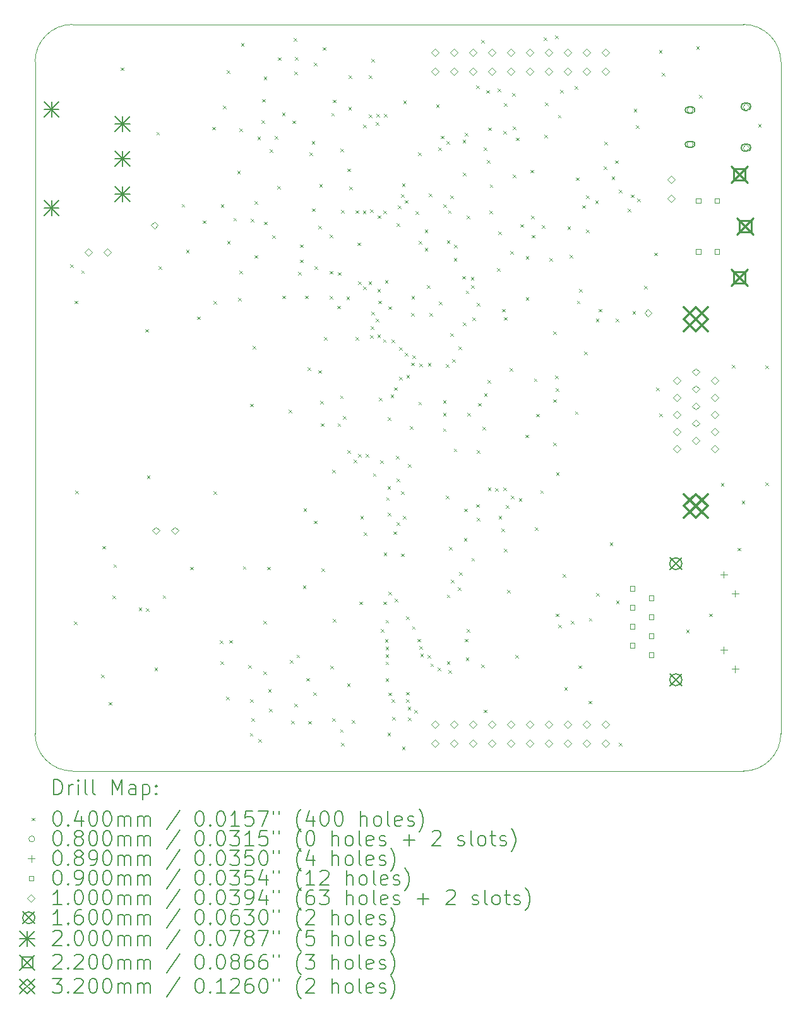
<source format=gbr>
%TF.GenerationSoftware,KiCad,Pcbnew,6.0.11-3.fc36*%
%TF.CreationDate,2023-04-28T14:32:20+02:00*%
%TF.ProjectId,openX65-vabo,6f70656e-5836-4352-9d76-61626f2e6b69,rev01*%
%TF.SameCoordinates,Original*%
%TF.FileFunction,Drillmap*%
%TF.FilePolarity,Positive*%
%FSLAX45Y45*%
G04 Gerber Fmt 4.5, Leading zero omitted, Abs format (unit mm)*
G04 Created by KiCad (PCBNEW 6.0.11-3.fc36) date 2023-04-28 14:32:20*
%MOMM*%
%LPD*%
G01*
G04 APERTURE LIST*
%ADD10C,0.100000*%
%ADD11C,0.200000*%
%ADD12C,0.040000*%
%ADD13C,0.080000*%
%ADD14C,0.089000*%
%ADD15C,0.090000*%
%ADD16C,0.160000*%
%ADD17C,0.220000*%
%ADD18C,0.320000*%
G04 APERTURE END LIST*
D10*
X6500000Y-4000000D02*
X15500000Y-4000000D01*
X16000000Y-13500000D02*
X16000000Y-4500000D01*
X6500000Y-4000004D02*
G75*
G03*
X6000000Y-4498000I-2000J-497996D01*
G01*
X6000000Y-13500000D02*
G75*
G03*
X6500000Y-14000000I500000J0D01*
G01*
X15500000Y-14000000D02*
X6500000Y-14000000D01*
X6000000Y-13500000D02*
X6000000Y-4498000D01*
X15500000Y-14000000D02*
G75*
G03*
X16000000Y-13500000I0J500000D01*
G01*
X16000000Y-4500000D02*
G75*
G03*
X15500000Y-4000000I-500000J0D01*
G01*
D11*
D12*
X6468038Y-7213038D02*
X6508038Y-7253038D01*
X6508038Y-7213038D02*
X6468038Y-7253038D01*
X6520000Y-11995000D02*
X6560000Y-12035000D01*
X6560000Y-11995000D02*
X6520000Y-12035000D01*
X6530000Y-7700000D02*
X6570000Y-7740000D01*
X6570000Y-7700000D02*
X6530000Y-7740000D01*
X6540000Y-10245000D02*
X6580000Y-10285000D01*
X6580000Y-10245000D02*
X6540000Y-10285000D01*
X6617500Y-7292500D02*
X6657500Y-7332500D01*
X6657500Y-7292500D02*
X6617500Y-7332500D01*
X6887500Y-12710000D02*
X6927500Y-12750000D01*
X6927500Y-12710000D02*
X6887500Y-12750000D01*
X6905000Y-10985000D02*
X6945000Y-11025000D01*
X6945000Y-10985000D02*
X6905000Y-11025000D01*
X6985000Y-13075000D02*
X7025000Y-13115000D01*
X7025000Y-13075000D02*
X6985000Y-13115000D01*
X7035000Y-11650000D02*
X7075000Y-11690000D01*
X7075000Y-11650000D02*
X7035000Y-11690000D01*
X7050000Y-11230000D02*
X7090000Y-11270000D01*
X7090000Y-11230000D02*
X7050000Y-11270000D01*
X7150000Y-4575000D02*
X7190000Y-4615000D01*
X7190000Y-4575000D02*
X7150000Y-4615000D01*
X7389950Y-11807500D02*
X7429950Y-11847500D01*
X7429950Y-11807500D02*
X7389950Y-11847500D01*
X7480000Y-8080000D02*
X7520000Y-8120000D01*
X7520000Y-8080000D02*
X7480000Y-8120000D01*
X7489379Y-11817693D02*
X7529379Y-11857693D01*
X7529379Y-11817693D02*
X7489379Y-11857693D01*
X7500000Y-10040000D02*
X7540000Y-10080000D01*
X7540000Y-10040000D02*
X7500000Y-10080000D01*
X7600000Y-12612500D02*
X7640000Y-12652500D01*
X7640000Y-12612500D02*
X7600000Y-12652500D01*
X7625000Y-5440000D02*
X7665000Y-5480000D01*
X7665000Y-5440000D02*
X7625000Y-5480000D01*
X7655000Y-7235000D02*
X7695000Y-7275000D01*
X7695000Y-7235000D02*
X7655000Y-7275000D01*
X7710000Y-11645000D02*
X7750000Y-11685000D01*
X7750000Y-11645000D02*
X7710000Y-11685000D01*
X7965000Y-6405000D02*
X8005000Y-6445000D01*
X8005000Y-6405000D02*
X7965000Y-6445000D01*
X8025000Y-7020000D02*
X8065000Y-7060000D01*
X8065000Y-7020000D02*
X8025000Y-7060000D01*
X8080000Y-11265000D02*
X8120000Y-11305000D01*
X8120000Y-11265000D02*
X8080000Y-11305000D01*
X8175000Y-7910000D02*
X8215000Y-7950000D01*
X8215000Y-7910000D02*
X8175000Y-7950000D01*
X8250000Y-6625000D02*
X8290000Y-6665000D01*
X8290000Y-6625000D02*
X8250000Y-6665000D01*
X8375000Y-5370000D02*
X8415000Y-5410000D01*
X8415000Y-5370000D02*
X8375000Y-5410000D01*
X8395000Y-7705000D02*
X8435000Y-7745000D01*
X8435000Y-7705000D02*
X8395000Y-7745000D01*
X8395000Y-10250000D02*
X8435000Y-10290000D01*
X8435000Y-10250000D02*
X8395000Y-10290000D01*
X8480000Y-12252550D02*
X8520000Y-12292550D01*
X8520000Y-12252550D02*
X8480000Y-12292550D01*
X8485000Y-12530000D02*
X8525000Y-12570000D01*
X8525000Y-12530000D02*
X8485000Y-12570000D01*
X8490000Y-6407500D02*
X8530000Y-6447500D01*
X8530000Y-6407500D02*
X8490000Y-6447500D01*
X8517500Y-5085000D02*
X8557500Y-5125000D01*
X8557500Y-5085000D02*
X8517500Y-5125000D01*
X8560000Y-13005000D02*
X8600000Y-13045000D01*
X8600000Y-13005000D02*
X8560000Y-13045000D01*
X8572500Y-4615000D02*
X8612500Y-4655000D01*
X8612500Y-4615000D02*
X8572500Y-4655000D01*
X8575000Y-6899950D02*
X8615000Y-6939950D01*
X8615000Y-6899950D02*
X8575000Y-6939950D01*
X8605000Y-12245000D02*
X8645000Y-12285000D01*
X8645000Y-12245000D02*
X8605000Y-12285000D01*
X8660000Y-6590000D02*
X8700000Y-6630000D01*
X8700000Y-6590000D02*
X8660000Y-6630000D01*
X8710000Y-5960000D02*
X8750000Y-6000000D01*
X8750000Y-5960000D02*
X8710000Y-6000000D01*
X8725000Y-7660000D02*
X8765000Y-7700000D01*
X8765000Y-7660000D02*
X8725000Y-7700000D01*
X8740000Y-5392500D02*
X8780000Y-5432500D01*
X8780000Y-5392500D02*
X8740000Y-5432500D01*
X8740000Y-7300000D02*
X8780000Y-7340000D01*
X8780000Y-7300000D02*
X8740000Y-7340000D01*
X8760000Y-4250000D02*
X8800000Y-4290000D01*
X8800000Y-4250000D02*
X8760000Y-4290000D01*
X8785000Y-11255000D02*
X8825000Y-11295000D01*
X8825000Y-11255000D02*
X8785000Y-11295000D01*
X8855000Y-12580000D02*
X8895000Y-12620000D01*
X8895000Y-12580000D02*
X8855000Y-12620000D01*
X8880000Y-13490000D02*
X8920000Y-13530000D01*
X8920000Y-13490000D02*
X8880000Y-13530000D01*
X8885000Y-9080000D02*
X8925000Y-9120000D01*
X8925000Y-9080000D02*
X8885000Y-9120000D01*
X8885538Y-13040538D02*
X8925538Y-13080538D01*
X8925538Y-13040538D02*
X8885538Y-13080538D01*
X8890000Y-6600000D02*
X8930000Y-6640000D01*
X8930000Y-6600000D02*
X8890000Y-6640000D01*
X8900000Y-13290000D02*
X8940000Y-13330000D01*
X8940000Y-13290000D02*
X8900000Y-13330000D01*
X8915000Y-8305000D02*
X8955000Y-8345000D01*
X8955000Y-8305000D02*
X8915000Y-8345000D01*
X8940000Y-6365000D02*
X8980000Y-6405000D01*
X8980000Y-6365000D02*
X8940000Y-6405000D01*
X8945000Y-7090000D02*
X8985000Y-7130000D01*
X8985000Y-7090000D02*
X8945000Y-7130000D01*
X8980000Y-5500000D02*
X9020000Y-5540000D01*
X9020000Y-5500000D02*
X8980000Y-5540000D01*
X8995000Y-13570000D02*
X9035000Y-13610000D01*
X9035000Y-13570000D02*
X8995000Y-13610000D01*
X9035000Y-5282500D02*
X9075000Y-5322500D01*
X9075000Y-5282500D02*
X9035000Y-5322500D01*
X9042500Y-4997500D02*
X9082500Y-5037500D01*
X9082500Y-4997500D02*
X9042500Y-5037500D01*
X9060000Y-11987500D02*
X9100000Y-12027500D01*
X9100000Y-11987500D02*
X9060000Y-12027500D01*
X9060000Y-12667500D02*
X9100000Y-12707500D01*
X9100000Y-12667500D02*
X9060000Y-12707500D01*
X9065000Y-4700000D02*
X9105000Y-4740000D01*
X9105000Y-4700000D02*
X9065000Y-4740000D01*
X9070000Y-6640000D02*
X9110000Y-6680000D01*
X9110000Y-6640000D02*
X9070000Y-6680000D01*
X9110000Y-11265000D02*
X9150000Y-11305000D01*
X9150000Y-11265000D02*
X9110000Y-11305000D01*
X9125000Y-12905000D02*
X9165000Y-12945000D01*
X9165000Y-12905000D02*
X9125000Y-12945000D01*
X9140000Y-13165000D02*
X9180000Y-13205000D01*
X9180000Y-13165000D02*
X9140000Y-13205000D01*
X9145000Y-5670000D02*
X9185000Y-5710000D01*
X9185000Y-5670000D02*
X9145000Y-5710000D01*
X9180000Y-6825000D02*
X9220000Y-6865000D01*
X9220000Y-6825000D02*
X9180000Y-6865000D01*
X9214950Y-5495000D02*
X9254950Y-5535000D01*
X9254950Y-5495000D02*
X9214950Y-5535000D01*
X9245000Y-6165000D02*
X9285000Y-6205000D01*
X9285000Y-6165000D02*
X9245000Y-6205000D01*
X9257500Y-4440000D02*
X9297500Y-4480000D01*
X9297500Y-4440000D02*
X9257500Y-4480000D01*
X9310000Y-5180000D02*
X9350000Y-5220000D01*
X9350000Y-5180000D02*
X9310000Y-5220000D01*
X9312500Y-7632500D02*
X9352500Y-7672500D01*
X9352500Y-7632500D02*
X9312500Y-7672500D01*
X9400000Y-9162500D02*
X9440000Y-9202500D01*
X9440000Y-9162500D02*
X9400000Y-9202500D01*
X9415000Y-12510000D02*
X9455000Y-12550000D01*
X9455000Y-12510000D02*
X9415000Y-12550000D01*
X9435000Y-13325000D02*
X9475000Y-13365000D01*
X9475000Y-13325000D02*
X9435000Y-13365000D01*
X9450000Y-5287500D02*
X9490000Y-5327500D01*
X9490000Y-5287500D02*
X9450000Y-5327500D01*
X9465000Y-4180000D02*
X9505000Y-4220000D01*
X9505000Y-4180000D02*
X9465000Y-4220000D01*
X9475000Y-13100000D02*
X9515000Y-13140000D01*
X9515000Y-13100000D02*
X9475000Y-13140000D01*
X9477500Y-4627500D02*
X9517500Y-4667500D01*
X9517500Y-4627500D02*
X9477500Y-4667500D01*
X9482500Y-4435000D02*
X9522500Y-4475000D01*
X9522500Y-4435000D02*
X9482500Y-4475000D01*
X9505000Y-12440000D02*
X9545000Y-12480000D01*
X9545000Y-12440000D02*
X9505000Y-12480000D01*
X9525000Y-7315000D02*
X9565000Y-7355000D01*
X9565000Y-7315000D02*
X9525000Y-7355000D01*
X9550000Y-7150000D02*
X9590000Y-7190000D01*
X9590000Y-7150000D02*
X9550000Y-7190000D01*
X9555000Y-6945000D02*
X9595000Y-6985000D01*
X9595000Y-6945000D02*
X9555000Y-6985000D01*
X9590000Y-11515000D02*
X9630000Y-11555000D01*
X9630000Y-11515000D02*
X9590000Y-11555000D01*
X9600000Y-10480000D02*
X9640000Y-10520000D01*
X9640000Y-10480000D02*
X9600000Y-10520000D01*
X9620000Y-7632500D02*
X9660000Y-7672500D01*
X9660000Y-7632500D02*
X9620000Y-7672500D01*
X9640000Y-12755000D02*
X9680000Y-12795000D01*
X9680000Y-12755000D02*
X9640000Y-12795000D01*
X9655000Y-8590000D02*
X9695000Y-8630000D01*
X9695000Y-8590000D02*
X9655000Y-8630000D01*
X9660000Y-13330000D02*
X9700000Y-13370000D01*
X9700000Y-13330000D02*
X9660000Y-13370000D01*
X9680000Y-5715000D02*
X9720000Y-5755000D01*
X9720000Y-5715000D02*
X9680000Y-5755000D01*
X9710000Y-5560000D02*
X9750000Y-5600000D01*
X9750000Y-5560000D02*
X9710000Y-5600000D01*
X9715538Y-6464462D02*
X9755538Y-6504462D01*
X9755538Y-6464462D02*
X9715538Y-6504462D01*
X9730000Y-12945000D02*
X9770000Y-12985000D01*
X9770000Y-12945000D02*
X9730000Y-12985000D01*
X9737450Y-4510000D02*
X9777450Y-4550000D01*
X9777450Y-4510000D02*
X9737450Y-4550000D01*
X9740000Y-10645000D02*
X9780000Y-10685000D01*
X9780000Y-10645000D02*
X9740000Y-10685000D01*
X9750000Y-7235000D02*
X9790000Y-7275000D01*
X9790000Y-7235000D02*
X9750000Y-7275000D01*
X9795000Y-8630000D02*
X9835000Y-8670000D01*
X9835000Y-8630000D02*
X9795000Y-8670000D01*
X9795538Y-6695538D02*
X9835538Y-6735538D01*
X9835538Y-6695538D02*
X9795538Y-6735538D01*
X9810000Y-6135000D02*
X9850000Y-6175000D01*
X9850000Y-6135000D02*
X9810000Y-6175000D01*
X9825000Y-9040000D02*
X9865000Y-9080000D01*
X9865000Y-9040000D02*
X9825000Y-9080000D01*
X9830050Y-9342500D02*
X9870050Y-9382500D01*
X9870050Y-9342500D02*
X9830050Y-9382500D01*
X9840000Y-11285000D02*
X9880000Y-11325000D01*
X9880000Y-11285000D02*
X9840000Y-11325000D01*
X9855000Y-4305000D02*
X9895000Y-4345000D01*
X9895000Y-4305000D02*
X9855000Y-4345000D01*
X9875000Y-8185000D02*
X9915000Y-8225000D01*
X9915000Y-8185000D02*
X9875000Y-8225000D01*
X9947500Y-6812500D02*
X9987500Y-6852500D01*
X9987500Y-6812500D02*
X9947500Y-6852500D01*
X9947500Y-7302500D02*
X9987500Y-7342500D01*
X9987500Y-7302500D02*
X9947500Y-7342500D01*
X9947500Y-7635000D02*
X9987500Y-7675000D01*
X9987500Y-7635000D02*
X9947500Y-7675000D01*
X9960000Y-12587450D02*
X10000000Y-12627450D01*
X10000000Y-12587450D02*
X9960000Y-12627450D01*
X9972500Y-5185000D02*
X10012500Y-5225000D01*
X10012500Y-5185000D02*
X9972500Y-5225000D01*
X9985000Y-13290000D02*
X10025000Y-13330000D01*
X10025000Y-13290000D02*
X9985000Y-13330000D01*
X9985050Y-9965000D02*
X10025050Y-10005000D01*
X10025050Y-9965000D02*
X9985050Y-10005000D01*
X9990000Y-11965000D02*
X10030000Y-12005000D01*
X10030000Y-11965000D02*
X9990000Y-12005000D01*
X9995000Y-5007500D02*
X10035000Y-5047500D01*
X10035000Y-5007500D02*
X9995000Y-5047500D01*
X10052500Y-7767500D02*
X10092500Y-7807500D01*
X10092500Y-7767500D02*
X10052500Y-7807500D01*
X10055000Y-9342500D02*
X10095000Y-9382500D01*
X10095000Y-9342500D02*
X10055000Y-9382500D01*
X10062500Y-7317500D02*
X10102500Y-7357500D01*
X10102500Y-7317500D02*
X10062500Y-7357500D01*
X10090000Y-8970000D02*
X10130000Y-9010000D01*
X10130000Y-8970000D02*
X10090000Y-9010000D01*
X10090000Y-13440000D02*
X10130000Y-13480000D01*
X10130000Y-13440000D02*
X10090000Y-13480000D01*
X10095000Y-5665000D02*
X10135000Y-5705000D01*
X10135000Y-5665000D02*
X10095000Y-5705000D01*
X10100000Y-6485000D02*
X10140000Y-6525000D01*
X10140000Y-6485000D02*
X10100000Y-6525000D01*
X10100000Y-13624950D02*
X10140000Y-13664950D01*
X10140000Y-13624950D02*
X10100000Y-13664950D01*
X10124950Y-9247500D02*
X10164950Y-9287500D01*
X10164950Y-9247500D02*
X10124950Y-9287500D01*
X10175000Y-7642500D02*
X10215000Y-7682500D01*
X10215000Y-7642500D02*
X10175000Y-7682500D01*
X10182500Y-12825000D02*
X10222500Y-12865000D01*
X10222500Y-12825000D02*
X10182500Y-12865000D01*
X10187857Y-9698892D02*
X10227857Y-9738892D01*
X10227857Y-9698892D02*
X10187857Y-9738892D01*
X10190000Y-5930000D02*
X10230000Y-5970000D01*
X10230000Y-5930000D02*
X10190000Y-5970000D01*
X10199771Y-5105938D02*
X10239771Y-5145938D01*
X10239771Y-5105938D02*
X10199771Y-5145938D01*
X10205000Y-4680000D02*
X10245000Y-4720000D01*
X10245000Y-4680000D02*
X10205000Y-4720000D01*
X10215000Y-6170000D02*
X10255000Y-6210000D01*
X10255000Y-6170000D02*
X10215000Y-6210000D01*
X10245000Y-13320000D02*
X10285000Y-13360000D01*
X10285000Y-13320000D02*
X10245000Y-13360000D01*
X10270000Y-9830000D02*
X10310000Y-9870000D01*
X10310000Y-9830000D02*
X10270000Y-9870000D01*
X10295188Y-6489747D02*
X10335188Y-6529747D01*
X10335188Y-6489747D02*
X10295188Y-6529747D01*
X10300202Y-8188297D02*
X10340202Y-8228297D01*
X10340202Y-8188297D02*
X10300202Y-8228297D01*
X10325000Y-6920000D02*
X10365000Y-6960000D01*
X10365000Y-6920000D02*
X10325000Y-6960000D01*
X10330000Y-9750000D02*
X10370000Y-9790000D01*
X10370000Y-9750000D02*
X10330000Y-9790000D01*
X10331457Y-7439950D02*
X10371457Y-7479950D01*
X10371457Y-7439950D02*
X10331457Y-7479950D01*
X10350000Y-11730000D02*
X10390000Y-11770000D01*
X10390000Y-11730000D02*
X10350000Y-11770000D01*
X10360050Y-10580000D02*
X10400050Y-10620000D01*
X10400050Y-10580000D02*
X10360050Y-10620000D01*
X10395000Y-6495000D02*
X10435000Y-6535000D01*
X10435000Y-6495000D02*
X10395000Y-6535000D01*
X10401386Y-5341824D02*
X10441386Y-5381824D01*
X10441386Y-5341824D02*
X10401386Y-5381824D01*
X10401407Y-7511344D02*
X10441407Y-7551344D01*
X10441407Y-7511344D02*
X10401407Y-7551344D01*
X10410000Y-10800000D02*
X10450000Y-10840000D01*
X10450000Y-10800000D02*
X10410000Y-10840000D01*
X10430000Y-9752747D02*
X10470000Y-9792747D01*
X10470000Y-9752747D02*
X10430000Y-9792747D01*
X10471357Y-7439950D02*
X10511357Y-7479950D01*
X10511357Y-7439950D02*
X10471357Y-7479950D01*
X10472980Y-5203045D02*
X10512980Y-5243045D01*
X10512980Y-5203045D02*
X10472980Y-5243045D01*
X10475000Y-4680000D02*
X10515000Y-4720000D01*
X10515000Y-4680000D02*
X10475000Y-4720000D01*
X10490661Y-8161038D02*
X10530661Y-8201038D01*
X10530661Y-8161038D02*
X10490661Y-8201038D01*
X10495000Y-6474950D02*
X10535000Y-6514950D01*
X10535000Y-6474950D02*
X10495000Y-6514950D01*
X10502614Y-8039466D02*
X10542614Y-8079466D01*
X10542614Y-8039466D02*
X10502614Y-8079466D01*
X10507513Y-4459531D02*
X10547513Y-4499531D01*
X10547513Y-4459531D02*
X10507513Y-4499531D01*
X10510000Y-7850000D02*
X10550000Y-7890000D01*
X10550000Y-7850000D02*
X10510000Y-7890000D01*
X10530000Y-10010000D02*
X10570000Y-10050000D01*
X10570000Y-10010000D02*
X10530000Y-10050000D01*
X10565410Y-5308464D02*
X10605410Y-5348464D01*
X10605410Y-5308464D02*
X10565410Y-5348464D01*
X10570000Y-7940000D02*
X10610000Y-7980000D01*
X10610000Y-7940000D02*
X10570000Y-7980000D01*
X10575000Y-5199950D02*
X10615000Y-5239950D01*
X10615000Y-5199950D02*
X10575000Y-5239950D01*
X10590000Y-7539950D02*
X10630000Y-7579950D01*
X10630000Y-7539950D02*
X10590000Y-7579950D01*
X10590000Y-8150000D02*
X10630000Y-8190000D01*
X10630000Y-8150000D02*
X10590000Y-8190000D01*
X10592118Y-6556377D02*
X10632118Y-6596377D01*
X10632118Y-6556377D02*
X10592118Y-6596377D01*
X10600175Y-7699939D02*
X10640175Y-7739939D01*
X10640175Y-7699939D02*
X10600175Y-7739939D01*
X10610000Y-9000000D02*
X10650000Y-9040000D01*
X10650000Y-9000000D02*
X10610000Y-9040000D01*
X10630000Y-9840000D02*
X10670000Y-9880000D01*
X10670000Y-9840000D02*
X10630000Y-9880000D01*
X10635000Y-12100000D02*
X10675000Y-12140000D01*
X10675000Y-12100000D02*
X10635000Y-12140000D01*
X10665538Y-8215538D02*
X10705538Y-8255538D01*
X10705538Y-8215538D02*
X10665538Y-8255538D01*
X10670000Y-11730000D02*
X10710000Y-11770000D01*
X10710000Y-11730000D02*
X10670000Y-11770000D01*
X10672500Y-6495000D02*
X10712500Y-6535000D01*
X10712500Y-6495000D02*
X10672500Y-6535000D01*
X10675000Y-11075000D02*
X10715000Y-11115000D01*
X10715000Y-11075000D02*
X10675000Y-11115000D01*
X10680000Y-5199950D02*
X10720000Y-5239950D01*
X10720000Y-5199950D02*
X10680000Y-5239950D01*
X10690000Y-7425000D02*
X10730000Y-7465000D01*
X10730000Y-7425000D02*
X10690000Y-7465000D01*
X10690000Y-12235000D02*
X10730000Y-12275000D01*
X10730000Y-12235000D02*
X10690000Y-12275000D01*
X10699950Y-12760000D02*
X10739950Y-12800000D01*
X10739950Y-12760000D02*
X10699950Y-12800000D01*
X10700050Y-11975000D02*
X10740050Y-12015000D01*
X10740050Y-11975000D02*
X10700050Y-12015000D01*
X10700050Y-12334444D02*
X10740050Y-12374444D01*
X10740050Y-12334444D02*
X10700050Y-12374444D01*
X10700050Y-12434394D02*
X10740050Y-12474394D01*
X10740050Y-12434394D02*
X10700050Y-12474394D01*
X10700050Y-12534344D02*
X10740050Y-12574344D01*
X10740050Y-12534344D02*
X10700050Y-12574344D01*
X10708206Y-10333007D02*
X10748206Y-10373007D01*
X10748206Y-10333007D02*
X10708206Y-10373007D01*
X10725000Y-10185000D02*
X10765000Y-10225000D01*
X10765000Y-10185000D02*
X10725000Y-10225000D01*
X10725000Y-13485050D02*
X10765000Y-13525050D01*
X10765000Y-13485050D02*
X10725000Y-13525050D01*
X10729913Y-10539913D02*
X10769913Y-10579913D01*
X10769913Y-10539913D02*
X10729913Y-10579913D01*
X10730050Y-9259050D02*
X10770050Y-9299050D01*
X10770050Y-9259050D02*
X10730050Y-9299050D01*
X10735000Y-7775050D02*
X10775000Y-7815050D01*
X10775000Y-7775050D02*
X10735000Y-7815050D01*
X10739456Y-12948664D02*
X10779456Y-12988664D01*
X10779456Y-12948664D02*
X10739456Y-12988664D01*
X10740000Y-11600000D02*
X10780000Y-11640000D01*
X10780000Y-11600000D02*
X10740000Y-11640000D01*
X10767529Y-8954454D02*
X10807529Y-8994454D01*
X10807529Y-8954454D02*
X10767529Y-8994454D01*
X10780000Y-8220050D02*
X10820000Y-8260050D01*
X10820000Y-8220050D02*
X10780000Y-8260050D01*
X10780050Y-13040000D02*
X10820050Y-13080000D01*
X10820050Y-13040000D02*
X10780050Y-13080000D01*
X10790000Y-13277667D02*
X10830000Y-13317667D01*
X10830000Y-13277667D02*
X10790000Y-13317667D01*
X10805000Y-10790000D02*
X10845000Y-10830000D01*
X10845000Y-10790000D02*
X10805000Y-10830000D01*
X10811538Y-8858462D02*
X10851538Y-8898462D01*
X10851538Y-8858462D02*
X10811538Y-8898462D01*
X10820000Y-11690000D02*
X10860000Y-11730000D01*
X10860000Y-11690000D02*
X10820000Y-11730000D01*
X10840000Y-9780050D02*
X10880000Y-9820050D01*
X10880000Y-9780050D02*
X10840000Y-9820050D01*
X10845000Y-6665000D02*
X10885000Y-6705000D01*
X10885000Y-6665000D02*
X10845000Y-6705000D01*
X10845000Y-10670000D02*
X10885000Y-10710000D01*
X10885000Y-10670000D02*
X10845000Y-10710000D01*
X10850000Y-10080000D02*
X10890000Y-10120000D01*
X10890000Y-10080000D02*
X10850000Y-10120000D01*
X10865000Y-6425000D02*
X10905000Y-6465000D01*
X10905000Y-6425000D02*
X10865000Y-6465000D01*
X10880000Y-8320000D02*
X10920000Y-8360000D01*
X10920000Y-8320000D02*
X10880000Y-8360000D01*
X10881977Y-8720871D02*
X10921977Y-8760871D01*
X10921977Y-8720871D02*
X10881977Y-8760871D01*
X10904979Y-6270471D02*
X10944979Y-6310471D01*
X10944979Y-6270471D02*
X10904979Y-6310471D01*
X10910000Y-10255000D02*
X10950000Y-10295000D01*
X10950000Y-10255000D02*
X10910000Y-10295000D01*
X10910000Y-11085000D02*
X10950000Y-11125000D01*
X10950000Y-11085000D02*
X10910000Y-11125000D01*
X10919950Y-13670000D02*
X10959950Y-13710000D01*
X10959950Y-13670000D02*
X10919950Y-13710000D01*
X10920050Y-6130000D02*
X10960050Y-6170000D01*
X10960050Y-6130000D02*
X10920050Y-6170000D01*
X10930000Y-10580000D02*
X10970000Y-10620000D01*
X10970000Y-10580000D02*
X10930000Y-10620000D01*
X10937550Y-5020000D02*
X10977550Y-5060000D01*
X10977550Y-5020000D02*
X10937550Y-5060000D01*
X10955538Y-8395538D02*
X10995538Y-8435538D01*
X10995538Y-8395538D02*
X10955538Y-8435538D01*
X10960680Y-6353462D02*
X11000680Y-6393462D01*
X11000680Y-6353462D02*
X10960680Y-6393462D01*
X10974950Y-12940050D02*
X11014950Y-12980050D01*
X11014950Y-12940050D02*
X10974950Y-12980050D01*
X10974950Y-13040000D02*
X11014950Y-13080000D01*
X11014950Y-13040000D02*
X10974950Y-13080000D01*
X10975000Y-11930000D02*
X11015000Y-11970000D01*
X11015000Y-11930000D02*
X10975000Y-11970000D01*
X10978827Y-8696173D02*
X11018827Y-8736173D01*
X11018827Y-8696173D02*
X10978827Y-8736173D01*
X10995959Y-13137717D02*
X11035959Y-13177717D01*
X11035959Y-13137717D02*
X10995959Y-13177717D01*
X11000000Y-9890000D02*
X11040000Y-9930000D01*
X11040000Y-9890000D02*
X11000000Y-9930000D01*
X11000000Y-13285050D02*
X11040000Y-13325050D01*
X11040000Y-13285050D02*
X11000000Y-13325050D01*
X11027500Y-9380000D02*
X11067500Y-9420000D01*
X11067500Y-9380000D02*
X11027500Y-9420000D01*
X11040000Y-7862500D02*
X11080000Y-7902500D01*
X11080000Y-7862500D02*
X11040000Y-7902500D01*
X11040000Y-8530000D02*
X11080000Y-8570000D01*
X11080000Y-8530000D02*
X11040000Y-8570000D01*
X11047500Y-7635000D02*
X11087500Y-7675000D01*
X11087500Y-7635000D02*
X11047500Y-7675000D01*
X11055000Y-12060000D02*
X11095000Y-12100000D01*
X11095000Y-12060000D02*
X11055000Y-12100000D01*
X11060000Y-8430000D02*
X11100000Y-8470000D01*
X11100000Y-8430000D02*
X11060000Y-8470000D01*
X11085246Y-13182639D02*
X11125246Y-13222639D01*
X11125246Y-13182639D02*
X11085246Y-13222639D01*
X11100000Y-6499950D02*
X11140000Y-6539950D01*
X11140000Y-6499950D02*
X11100000Y-6539950D01*
X11130050Y-12230000D02*
X11170050Y-12270000D01*
X11170050Y-12230000D02*
X11130050Y-12270000D01*
X11135000Y-5715000D02*
X11175000Y-5755000D01*
X11175000Y-5715000D02*
X11135000Y-5755000D01*
X11140000Y-9055000D02*
X11180000Y-9095000D01*
X11180000Y-9055000D02*
X11140000Y-9095000D01*
X11145000Y-6900000D02*
X11185000Y-6940000D01*
X11185000Y-6900000D02*
X11145000Y-6940000D01*
X11150000Y-8540000D02*
X11190000Y-8580000D01*
X11190000Y-8540000D02*
X11150000Y-8580000D01*
X11153792Y-12327090D02*
X11193791Y-12367090D01*
X11193791Y-12327090D02*
X11153792Y-12367090D01*
X11165763Y-12426320D02*
X11205762Y-12466320D01*
X11205762Y-12426320D02*
X11165763Y-12466320D01*
X11225050Y-6750000D02*
X11265050Y-6790000D01*
X11265050Y-6750000D02*
X11225050Y-6790000D01*
X11225050Y-6990000D02*
X11265050Y-7030000D01*
X11265050Y-6990000D02*
X11225050Y-7030000D01*
X11252500Y-7490000D02*
X11292500Y-7530000D01*
X11292500Y-7490000D02*
X11252500Y-7530000D01*
X11263817Y-12445694D02*
X11303817Y-12485694D01*
X11303817Y-12445694D02*
X11263817Y-12485694D01*
X11266040Y-8536040D02*
X11306040Y-8576040D01*
X11306040Y-8536040D02*
X11266040Y-8576040D01*
X11280000Y-6265000D02*
X11320000Y-6305000D01*
X11320000Y-6265000D02*
X11280000Y-6305000D01*
X11287500Y-7867500D02*
X11327500Y-7907500D01*
X11327500Y-7867500D02*
X11287500Y-7907500D01*
X11300000Y-12560000D02*
X11340000Y-12600000D01*
X11340000Y-12560000D02*
X11300000Y-12600000D01*
X11377450Y-5067500D02*
X11417450Y-5107500D01*
X11417450Y-5067500D02*
X11377450Y-5107500D01*
X11397870Y-12616642D02*
X11437870Y-12656642D01*
X11437870Y-12616642D02*
X11397870Y-12656642D01*
X11405000Y-5644950D02*
X11445000Y-5684950D01*
X11445000Y-5644950D02*
X11405000Y-5684950D01*
X11415000Y-7712500D02*
X11455000Y-7752500D01*
X11455000Y-7712500D02*
X11415000Y-7752500D01*
X11440000Y-5489950D02*
X11480000Y-5529950D01*
X11480000Y-5489950D02*
X11440000Y-5529950D01*
X11469950Y-9035000D02*
X11509950Y-9075000D01*
X11509950Y-9035000D02*
X11469950Y-9075000D01*
X11469950Y-9205000D02*
X11509950Y-9245000D01*
X11509950Y-9205000D02*
X11469950Y-9245000D01*
X11469950Y-9410000D02*
X11509950Y-9450000D01*
X11509950Y-9410000D02*
X11469950Y-9450000D01*
X11475000Y-6410000D02*
X11515000Y-6450000D01*
X11515000Y-6410000D02*
X11475000Y-6450000D01*
X11508667Y-8549950D02*
X11548667Y-8589950D01*
X11548667Y-8549950D02*
X11508667Y-8589950D01*
X11509950Y-10310000D02*
X11549950Y-10350000D01*
X11549950Y-10310000D02*
X11509950Y-10350000D01*
X11515000Y-5560000D02*
X11555000Y-5600000D01*
X11555000Y-5560000D02*
X11515000Y-5600000D01*
X11519950Y-12530000D02*
X11559950Y-12570000D01*
X11559950Y-12530000D02*
X11519950Y-12570000D01*
X11520000Y-6890000D02*
X11560000Y-6930000D01*
X11560000Y-6890000D02*
X11520000Y-6930000D01*
X11521569Y-11636569D02*
X11561569Y-11676569D01*
X11561569Y-11636569D02*
X11521569Y-11676569D01*
X11537438Y-6488048D02*
X11577438Y-6528048D01*
X11577438Y-6488048D02*
X11537438Y-6528048D01*
X11540000Y-12650000D02*
X11580000Y-12690000D01*
X11580000Y-12650000D02*
X11540000Y-12690000D01*
X11550000Y-10995000D02*
X11590000Y-11035000D01*
X11590000Y-10995000D02*
X11550000Y-11035000D01*
X11565000Y-6290000D02*
X11605000Y-6330000D01*
X11605000Y-6290000D02*
X11565000Y-6330000D01*
X11569950Y-8135000D02*
X11609950Y-8175000D01*
X11609950Y-8135000D02*
X11569950Y-8175000D01*
X11576937Y-11436987D02*
X11616937Y-11476987D01*
X11616937Y-11436987D02*
X11576937Y-11476987D01*
X11590000Y-8480000D02*
X11630000Y-8520000D01*
X11630000Y-8480000D02*
X11590000Y-8520000D01*
X11615000Y-7125000D02*
X11655000Y-7165000D01*
X11655000Y-7125000D02*
X11615000Y-7165000D01*
X11615000Y-9680000D02*
X11655000Y-9720000D01*
X11655000Y-9680000D02*
X11615000Y-9720000D01*
X11620000Y-6950000D02*
X11660000Y-6990000D01*
X11660000Y-6950000D02*
X11620000Y-6990000D01*
X11670069Y-11541774D02*
X11710069Y-11581774D01*
X11710069Y-11541774D02*
X11670069Y-11581774D01*
X11680000Y-8315000D02*
X11720000Y-8355000D01*
X11720000Y-8315000D02*
X11680000Y-8355000D01*
X11685000Y-11337450D02*
X11725000Y-11377450D01*
X11725000Y-11337450D02*
X11685000Y-11377450D01*
X11730000Y-7370000D02*
X11770000Y-7410000D01*
X11770000Y-7370000D02*
X11730000Y-7410000D01*
X11732500Y-5545000D02*
X11772500Y-5585000D01*
X11772500Y-5545000D02*
X11732500Y-5585000D01*
X11735000Y-7990000D02*
X11775000Y-8030000D01*
X11775000Y-7990000D02*
X11735000Y-8030000D01*
X11737500Y-5985000D02*
X11777500Y-6025000D01*
X11777500Y-5985000D02*
X11737500Y-6025000D01*
X11750000Y-10880000D02*
X11790000Y-10920000D01*
X11790000Y-10880000D02*
X11750000Y-10920000D01*
X11755000Y-10485000D02*
X11795000Y-10525000D01*
X11795000Y-10485000D02*
X11755000Y-10525000D01*
X11762550Y-5449674D02*
X11802550Y-5489674D01*
X11802550Y-5449674D02*
X11762550Y-5489674D01*
X11765000Y-12230000D02*
X11805000Y-12270000D01*
X11805000Y-12230000D02*
X11765000Y-12270000D01*
X11775000Y-7564950D02*
X11815000Y-7604950D01*
X11815000Y-7564950D02*
X11775000Y-7604950D01*
X11775000Y-12480000D02*
X11815000Y-12520000D01*
X11815000Y-12480000D02*
X11775000Y-12520000D01*
X11785000Y-6560000D02*
X11825000Y-6600000D01*
X11825000Y-6560000D02*
X11785000Y-6600000D01*
X11787500Y-12097500D02*
X11827500Y-12137500D01*
X11827500Y-12097500D02*
X11787500Y-12137500D01*
X11796609Y-9202315D02*
X11836609Y-9242315D01*
X11836609Y-9202315D02*
X11796609Y-9242315D01*
X11841962Y-7383038D02*
X11881962Y-7423038D01*
X11881962Y-7383038D02*
X11841962Y-7423038D01*
X11844950Y-7491731D02*
X11884950Y-7531731D01*
X11884950Y-7491731D02*
X11844950Y-7531731D01*
X11850000Y-11145000D02*
X11890000Y-11185000D01*
X11890000Y-11145000D02*
X11850000Y-11185000D01*
X11865000Y-7925000D02*
X11905000Y-7965000D01*
X11905000Y-7925000D02*
X11865000Y-7965000D01*
X11915000Y-4815000D02*
X11955000Y-4855000D01*
X11955000Y-4815000D02*
X11915000Y-4855000D01*
X11915000Y-10425000D02*
X11955000Y-10465000D01*
X11955000Y-10425000D02*
X11915000Y-10465000D01*
X11920000Y-9700050D02*
X11960000Y-9740050D01*
X11960000Y-9700050D02*
X11920000Y-9740050D01*
X11920000Y-10610000D02*
X11960000Y-10650000D01*
X11960000Y-10610000D02*
X11920000Y-10650000D01*
X11925000Y-7730000D02*
X11965000Y-7770000D01*
X11965000Y-7730000D02*
X11925000Y-7770000D01*
X11940000Y-9070000D02*
X11980000Y-9110000D01*
X11980000Y-9070000D02*
X11940000Y-9110000D01*
X11980000Y-4205000D02*
X12020000Y-4245000D01*
X12020000Y-4205000D02*
X11980000Y-4245000D01*
X11985000Y-12575000D02*
X12025000Y-12615000D01*
X12025000Y-12575000D02*
X11985000Y-12615000D01*
X11997500Y-9387500D02*
X12037500Y-9427500D01*
X12037500Y-9387500D02*
X11997500Y-9427500D01*
X12014950Y-5645000D02*
X12054950Y-5685000D01*
X12054950Y-5645000D02*
X12014950Y-5685000D01*
X12017720Y-13177720D02*
X12057720Y-13217720D01*
X12057720Y-13177720D02*
X12017720Y-13217720D01*
X12020478Y-8942275D02*
X12060478Y-8982275D01*
X12060478Y-8942275D02*
X12020478Y-8982275D01*
X12050000Y-4880000D02*
X12090000Y-4920000D01*
X12090000Y-4880000D02*
X12050000Y-4920000D01*
X12055384Y-5815050D02*
X12095384Y-5855050D01*
X12095384Y-5815050D02*
X12055384Y-5855050D01*
X12065000Y-8760000D02*
X12105000Y-8800000D01*
X12105000Y-8760000D02*
X12065000Y-8800000D01*
X12070000Y-10200050D02*
X12110000Y-10240050D01*
X12110000Y-10200050D02*
X12070000Y-10240050D01*
X12074288Y-5379288D02*
X12114288Y-5419288D01*
X12114288Y-5379288D02*
X12074288Y-5419288D01*
X12094950Y-6495000D02*
X12134950Y-6535000D01*
X12134950Y-6495000D02*
X12094950Y-6535000D01*
X12096200Y-6142500D02*
X12136200Y-6182500D01*
X12136200Y-6142500D02*
X12096200Y-6182500D01*
X12169345Y-10211033D02*
X12209345Y-10251033D01*
X12209345Y-10211033D02*
X12169345Y-10251033D01*
X12193038Y-7264950D02*
X12233038Y-7304950D01*
X12233038Y-7264950D02*
X12193038Y-7304950D01*
X12200000Y-4860000D02*
X12240000Y-4900000D01*
X12240000Y-4860000D02*
X12200000Y-4900000D01*
X12209950Y-6770000D02*
X12249950Y-6810000D01*
X12249950Y-6770000D02*
X12209950Y-6810000D01*
X12215000Y-10580000D02*
X12255000Y-10620000D01*
X12255000Y-10580000D02*
X12215000Y-10620000D01*
X12255000Y-10750050D02*
X12295000Y-10790050D01*
X12295000Y-10750050D02*
X12255000Y-10790050D01*
X12260000Y-7810000D02*
X12300000Y-7850000D01*
X12300000Y-7810000D02*
X12260000Y-7850000D01*
X12280000Y-5427550D02*
X12320000Y-5467550D01*
X12320000Y-5427550D02*
X12280000Y-5467550D01*
X12280000Y-10199950D02*
X12320000Y-10239950D01*
X12320000Y-10199950D02*
X12280000Y-10239950D01*
X12290000Y-5055000D02*
X12330000Y-5095000D01*
X12330000Y-5055000D02*
X12290000Y-5095000D01*
X12290000Y-7920000D02*
X12330000Y-7960000D01*
X12330000Y-7920000D02*
X12290000Y-7960000D01*
X12290000Y-11025000D02*
X12330000Y-11065000D01*
X12330000Y-11025000D02*
X12290000Y-11065000D01*
X12315000Y-10440000D02*
X12355000Y-10480000D01*
X12355000Y-10440000D02*
X12315000Y-10480000D01*
X12330000Y-11575000D02*
X12370000Y-11615000D01*
X12370000Y-11575000D02*
X12330000Y-11615000D01*
X12365000Y-8599950D02*
X12405000Y-8639950D01*
X12405000Y-8599950D02*
X12365000Y-8639950D01*
X12372500Y-7032500D02*
X12412500Y-7072500D01*
X12412500Y-7032500D02*
X12372500Y-7072500D01*
X12378346Y-10309065D02*
X12418346Y-10349065D01*
X12418346Y-10309065D02*
X12378346Y-10349065D01*
X12400000Y-4920000D02*
X12440000Y-4960000D01*
X12440000Y-4920000D02*
X12400000Y-4960000D01*
X12405000Y-5365000D02*
X12445000Y-5405000D01*
X12445000Y-5365000D02*
X12405000Y-5405000D01*
X12407500Y-6010050D02*
X12447500Y-6050050D01*
X12447500Y-6010050D02*
X12407500Y-6050050D01*
X12437500Y-12442500D02*
X12477500Y-12482500D01*
X12477500Y-12442500D02*
X12437500Y-12482500D01*
X12450000Y-5515000D02*
X12490000Y-5555000D01*
X12490000Y-5515000D02*
X12450000Y-5555000D01*
X12485000Y-10345000D02*
X12525000Y-10385000D01*
X12525000Y-10345000D02*
X12485000Y-10385000D01*
X12507450Y-6675050D02*
X12547450Y-6715050D01*
X12547450Y-6675050D02*
X12507450Y-6715050D01*
X12575000Y-9494950D02*
X12615000Y-9534950D01*
X12615000Y-9494950D02*
X12575000Y-9534950D01*
X12580050Y-7100000D02*
X12620050Y-7140000D01*
X12620050Y-7100000D02*
X12580050Y-7140000D01*
X12580050Y-7655000D02*
X12620050Y-7695000D01*
X12620050Y-7655000D02*
X12580050Y-7695000D01*
X12645000Y-5947500D02*
X12685000Y-5987500D01*
X12685000Y-5947500D02*
X12645000Y-5987500D01*
X12650000Y-6560000D02*
X12690000Y-6600000D01*
X12690000Y-6560000D02*
X12650000Y-6600000D01*
X12659950Y-6820050D02*
X12699950Y-6860050D01*
X12699950Y-6820050D02*
X12659950Y-6860050D01*
X12690000Y-8740000D02*
X12730000Y-8780000D01*
X12730000Y-8740000D02*
X12690000Y-8780000D01*
X12699375Y-10734375D02*
X12739375Y-10774375D01*
X12739375Y-10734375D02*
X12699375Y-10774375D01*
X12720000Y-9215050D02*
X12760000Y-9255050D01*
X12760000Y-9215050D02*
X12720000Y-9255050D01*
X12775000Y-10240000D02*
X12815000Y-10280000D01*
X12815000Y-10240000D02*
X12775000Y-10280000D01*
X12795000Y-6685000D02*
X12835000Y-6725000D01*
X12835000Y-6685000D02*
X12795000Y-6725000D01*
X12820000Y-4175000D02*
X12860000Y-4215000D01*
X12860000Y-4175000D02*
X12820000Y-4215000D01*
X12830000Y-5475000D02*
X12870000Y-5515000D01*
X12870000Y-5475000D02*
X12830000Y-5515000D01*
X12840000Y-5045000D02*
X12880000Y-5085000D01*
X12880000Y-5045000D02*
X12840000Y-5085000D01*
X12895306Y-7125051D02*
X12935306Y-7165051D01*
X12935306Y-7125051D02*
X12895306Y-7165051D01*
X12950000Y-8110000D02*
X12990000Y-8150000D01*
X12990000Y-8110000D02*
X12950000Y-8150000D01*
X12950000Y-9019950D02*
X12990000Y-9059950D01*
X12990000Y-9019950D02*
X12950000Y-9059950D01*
X12950000Y-9600000D02*
X12990000Y-9640000D01*
X12990000Y-9600000D02*
X12950000Y-9640000D01*
X12975000Y-4150050D02*
X13015000Y-4190050D01*
X13015000Y-4150050D02*
X12975000Y-4190050D01*
X12975000Y-8705000D02*
X13015000Y-8745000D01*
X13015000Y-8705000D02*
X12975000Y-8745000D01*
X12980000Y-8870000D02*
X13020000Y-8910000D01*
X13020000Y-8870000D02*
X12980000Y-8910000D01*
X12980000Y-11890000D02*
X13020000Y-11930000D01*
X13020000Y-11890000D02*
X12980000Y-11930000D01*
X12985000Y-10000000D02*
X13025000Y-10040000D01*
X13025000Y-10000000D02*
X12985000Y-10040000D01*
X13010000Y-5210000D02*
X13050000Y-5250000D01*
X13050000Y-5210000D02*
X13010000Y-5250000D01*
X13014628Y-12035860D02*
X13054628Y-12075860D01*
X13054628Y-12035860D02*
X13014628Y-12075860D01*
X13040114Y-4877695D02*
X13080114Y-4917695D01*
X13080114Y-4877695D02*
X13040114Y-4917695D01*
X13075000Y-11360000D02*
X13115000Y-11400000D01*
X13115000Y-11360000D02*
X13075000Y-11400000D01*
X13095000Y-12875000D02*
X13135000Y-12915000D01*
X13135000Y-12875000D02*
X13095000Y-12915000D01*
X13137500Y-6705000D02*
X13177500Y-6745000D01*
X13177500Y-6705000D02*
X13137500Y-6745000D01*
X13165000Y-7085000D02*
X13205000Y-7125000D01*
X13205000Y-7085000D02*
X13165000Y-7125000D01*
X13183552Y-11986448D02*
X13223552Y-12026448D01*
X13223552Y-11986448D02*
X13183552Y-12026448D01*
X13235000Y-4825000D02*
X13275000Y-4865000D01*
X13275000Y-4825000D02*
X13235000Y-4865000D01*
X13240000Y-9180050D02*
X13280000Y-9220050D01*
X13280000Y-9180050D02*
X13240000Y-9220050D01*
X13255000Y-6047500D02*
X13295000Y-6087500D01*
X13295000Y-6047500D02*
X13255000Y-6087500D01*
X13265000Y-7700000D02*
X13305000Y-7740000D01*
X13305000Y-7700000D02*
X13265000Y-7740000D01*
X13285000Y-12585000D02*
X13325000Y-12625000D01*
X13325000Y-12585000D02*
X13285000Y-12625000D01*
X13292500Y-7542500D02*
X13332500Y-7582500D01*
X13332500Y-7542500D02*
X13292500Y-7582500D01*
X13335000Y-6420000D02*
X13375000Y-6460000D01*
X13375000Y-6420000D02*
X13335000Y-6460000D01*
X13360000Y-8380000D02*
X13400000Y-8420000D01*
X13400000Y-8380000D02*
X13360000Y-8420000D01*
X13385000Y-6290000D02*
X13425000Y-6330000D01*
X13425000Y-6290000D02*
X13385000Y-6330000D01*
X13385000Y-6745000D02*
X13425000Y-6785000D01*
X13425000Y-6745000D02*
X13385000Y-6785000D01*
X13418750Y-13058750D02*
X13458750Y-13098750D01*
X13458750Y-13058750D02*
X13418750Y-13098750D01*
X13425000Y-11950000D02*
X13465000Y-11990000D01*
X13465000Y-11950000D02*
X13425000Y-11990000D01*
X13510000Y-6355000D02*
X13550000Y-6395000D01*
X13550000Y-6355000D02*
X13510000Y-6395000D01*
X13520000Y-7940000D02*
X13560000Y-7980000D01*
X13560000Y-7940000D02*
X13520000Y-7980000D01*
X13525000Y-11615000D02*
X13565000Y-11655000D01*
X13565000Y-11615000D02*
X13525000Y-11655000D01*
X13554462Y-7809462D02*
X13594462Y-7849462D01*
X13594462Y-7809462D02*
X13554462Y-7849462D01*
X13625000Y-5902500D02*
X13665000Y-5942500D01*
X13665000Y-5902500D02*
X13625000Y-5942500D01*
X13632500Y-5567500D02*
X13672500Y-5607500D01*
X13672500Y-5567500D02*
X13632500Y-5607500D01*
X13705000Y-10940000D02*
X13745000Y-10980000D01*
X13745000Y-10940000D02*
X13705000Y-10980000D01*
X13730000Y-6035000D02*
X13770000Y-6075000D01*
X13770000Y-6035000D02*
X13730000Y-6075000D01*
X13780000Y-5820000D02*
X13820000Y-5860000D01*
X13820000Y-5820000D02*
X13780000Y-5860000D01*
X13785000Y-7940000D02*
X13825000Y-7980000D01*
X13825000Y-7940000D02*
X13785000Y-7980000D01*
X13790000Y-11719550D02*
X13830000Y-11759550D01*
X13830000Y-11719550D02*
X13790000Y-11759550D01*
X13825000Y-6215000D02*
X13865000Y-6255000D01*
X13865000Y-6215000D02*
X13825000Y-6255000D01*
X13830000Y-13620000D02*
X13870000Y-13660000D01*
X13870000Y-13620000D02*
X13830000Y-13660000D01*
X13947500Y-6469950D02*
X13987500Y-6509950D01*
X13987500Y-6469950D02*
X13947500Y-6509950D01*
X13989963Y-6277477D02*
X14029963Y-6317477D01*
X14029963Y-6277477D02*
X13989963Y-6317477D01*
X14010000Y-7840000D02*
X14050000Y-7880000D01*
X14050000Y-7840000D02*
X14010000Y-7880000D01*
X14027500Y-5130000D02*
X14067500Y-5170000D01*
X14067500Y-5130000D02*
X14027500Y-5170000D01*
X14055000Y-5347500D02*
X14095000Y-5387500D01*
X14095000Y-5347500D02*
X14055000Y-5387500D01*
X14075000Y-6330000D02*
X14115000Y-6370000D01*
X14115000Y-6330000D02*
X14075000Y-6370000D01*
X14165000Y-7500000D02*
X14205000Y-7540000D01*
X14205000Y-7500000D02*
X14165000Y-7540000D01*
X14305000Y-7055000D02*
X14345000Y-7095000D01*
X14345000Y-7055000D02*
X14305000Y-7095000D01*
X14330000Y-8865000D02*
X14370000Y-8905000D01*
X14370000Y-8865000D02*
X14330000Y-8905000D01*
X14365000Y-4345000D02*
X14405000Y-4385000D01*
X14405000Y-4345000D02*
X14365000Y-4385000D01*
X14370000Y-9210000D02*
X14410000Y-9250000D01*
X14410000Y-9210000D02*
X14370000Y-9250000D01*
X14405000Y-4650000D02*
X14445000Y-4690000D01*
X14445000Y-4650000D02*
X14405000Y-4690000D01*
X14730000Y-12105000D02*
X14770000Y-12145000D01*
X14770000Y-12105000D02*
X14730000Y-12145000D01*
X14865000Y-4290000D02*
X14905000Y-4330000D01*
X14905000Y-4290000D02*
X14865000Y-4330000D01*
X14905000Y-4945050D02*
X14945000Y-4985050D01*
X14945000Y-4945050D02*
X14905000Y-4985050D01*
X15040000Y-11890000D02*
X15080000Y-11930000D01*
X15080000Y-11890000D02*
X15040000Y-11930000D01*
X15195000Y-10140000D02*
X15235000Y-10180000D01*
X15235000Y-10140000D02*
X15195000Y-10180000D01*
X15345000Y-8560000D02*
X15385000Y-8600000D01*
X15385000Y-8560000D02*
X15345000Y-8600000D01*
X15419000Y-11011000D02*
X15459000Y-11051000D01*
X15459000Y-11011000D02*
X15419000Y-11051000D01*
X15475538Y-10380538D02*
X15515538Y-10420538D01*
X15515538Y-10380538D02*
X15475538Y-10420538D01*
X15695000Y-5335000D02*
X15735000Y-5375000D01*
X15735000Y-5335000D02*
X15695000Y-5375000D01*
X15790000Y-8570000D02*
X15830000Y-8610000D01*
X15830000Y-8570000D02*
X15790000Y-8610000D01*
X15790000Y-10135000D02*
X15830000Y-10175000D01*
X15830000Y-10135000D02*
X15790000Y-10175000D01*
D13*
X14822500Y-5145000D02*
G75*
G03*
X14822500Y-5145000I-40000J0D01*
G01*
D11*
X14807500Y-5105000D02*
X14757500Y-5105000D01*
X14807500Y-5185000D02*
X14757500Y-5185000D01*
X14757500Y-5105000D02*
G75*
G03*
X14757500Y-5185000I0J-40000D01*
G01*
X14807500Y-5185000D02*
G75*
G03*
X14807500Y-5105000I0J40000D01*
G01*
D13*
X14822500Y-5605000D02*
G75*
G03*
X14822500Y-5605000I-40000J0D01*
G01*
D11*
X14807500Y-5565000D02*
X14757500Y-5565000D01*
X14807500Y-5645000D02*
X14757500Y-5645000D01*
X14757500Y-5565000D02*
G75*
G03*
X14757500Y-5645000I0J-40000D01*
G01*
X14807500Y-5645000D02*
G75*
G03*
X14807500Y-5565000I0J40000D01*
G01*
D14*
X15235000Y-11323000D02*
X15235000Y-11412000D01*
X15190500Y-11367500D02*
X15279500Y-11367500D01*
X15235000Y-12334000D02*
X15235000Y-12423000D01*
X15190500Y-12378500D02*
X15279500Y-12378500D01*
X15387000Y-11577000D02*
X15387000Y-11666000D01*
X15342500Y-11621500D02*
X15431500Y-11621500D01*
X15387000Y-12588000D02*
X15387000Y-12677000D01*
X15342500Y-12632500D02*
X15431500Y-12632500D01*
D15*
X14040820Y-11587320D02*
X14040820Y-11523680D01*
X13977180Y-11523680D01*
X13977180Y-11587320D01*
X14040820Y-11587320D01*
X14040820Y-11841320D02*
X14040820Y-11777680D01*
X13977180Y-11777680D01*
X13977180Y-11841320D01*
X14040820Y-11841320D01*
X14040820Y-12095320D02*
X14040820Y-12031680D01*
X13977180Y-12031680D01*
X13977180Y-12095320D01*
X14040820Y-12095320D01*
X14040820Y-12349320D02*
X14040820Y-12285680D01*
X13977180Y-12285680D01*
X13977180Y-12349320D01*
X14040820Y-12349320D01*
X14294820Y-11714320D02*
X14294820Y-11650680D01*
X14231180Y-11650680D01*
X14231180Y-11714320D01*
X14294820Y-11714320D01*
X14294820Y-11968320D02*
X14294820Y-11904680D01*
X14231180Y-11904680D01*
X14231180Y-11968320D01*
X14294820Y-11968320D01*
X14294820Y-12222320D02*
X14294820Y-12158680D01*
X14231180Y-12158680D01*
X14231180Y-12222320D01*
X14294820Y-12222320D01*
X14294820Y-12476320D02*
X14294820Y-12412680D01*
X14231180Y-12412680D01*
X14231180Y-12476320D01*
X14294820Y-12476320D01*
X14925570Y-6391820D02*
X14925570Y-6328180D01*
X14861930Y-6328180D01*
X14861930Y-6391820D01*
X14925570Y-6391820D01*
X14925570Y-7071820D02*
X14925570Y-7008180D01*
X14861930Y-7008180D01*
X14861930Y-7071820D01*
X14925570Y-7071820D01*
X15175570Y-6391820D02*
X15175570Y-6328180D01*
X15111930Y-6328180D01*
X15111930Y-6391820D01*
X15175570Y-6391820D01*
X15175570Y-7071820D02*
X15175570Y-7008180D01*
X15111930Y-7008180D01*
X15111930Y-7071820D01*
X15175570Y-7071820D01*
D10*
X6712500Y-7100000D02*
X6762500Y-7050000D01*
X6712500Y-7000000D01*
X6662500Y-7050000D01*
X6712500Y-7100000D01*
X6966500Y-7100000D02*
X7016500Y-7050000D01*
X6966500Y-7000000D01*
X6916500Y-7050000D01*
X6966500Y-7100000D01*
X7600000Y-6740000D02*
X7650000Y-6690000D01*
X7600000Y-6640000D01*
X7550000Y-6690000D01*
X7600000Y-6740000D01*
X7622500Y-10830000D02*
X7672500Y-10780000D01*
X7622500Y-10730000D01*
X7572500Y-10780000D01*
X7622500Y-10830000D01*
X7876500Y-10830000D02*
X7926500Y-10780000D01*
X7876500Y-10730000D01*
X7826500Y-10780000D01*
X7876500Y-10830000D01*
X11360000Y-4425000D02*
X11410000Y-4375000D01*
X11360000Y-4325000D01*
X11310000Y-4375000D01*
X11360000Y-4425000D01*
X11360000Y-4679000D02*
X11410000Y-4629000D01*
X11360000Y-4579000D01*
X11310000Y-4629000D01*
X11360000Y-4679000D01*
X11360000Y-13425000D02*
X11410000Y-13375000D01*
X11360000Y-13325000D01*
X11310000Y-13375000D01*
X11360000Y-13425000D01*
X11360000Y-13679000D02*
X11410000Y-13629000D01*
X11360000Y-13579000D01*
X11310000Y-13629000D01*
X11360000Y-13679000D01*
X11614000Y-4425000D02*
X11664000Y-4375000D01*
X11614000Y-4325000D01*
X11564000Y-4375000D01*
X11614000Y-4425000D01*
X11614000Y-4679000D02*
X11664000Y-4629000D01*
X11614000Y-4579000D01*
X11564000Y-4629000D01*
X11614000Y-4679000D01*
X11614000Y-13425000D02*
X11664000Y-13375000D01*
X11614000Y-13325000D01*
X11564000Y-13375000D01*
X11614000Y-13425000D01*
X11614000Y-13679000D02*
X11664000Y-13629000D01*
X11614000Y-13579000D01*
X11564000Y-13629000D01*
X11614000Y-13679000D01*
X11868000Y-4425000D02*
X11918000Y-4375000D01*
X11868000Y-4325000D01*
X11818000Y-4375000D01*
X11868000Y-4425000D01*
X11868000Y-4679000D02*
X11918000Y-4629000D01*
X11868000Y-4579000D01*
X11818000Y-4629000D01*
X11868000Y-4679000D01*
X11868000Y-13425000D02*
X11918000Y-13375000D01*
X11868000Y-13325000D01*
X11818000Y-13375000D01*
X11868000Y-13425000D01*
X11868000Y-13679000D02*
X11918000Y-13629000D01*
X11868000Y-13579000D01*
X11818000Y-13629000D01*
X11868000Y-13679000D01*
X12122000Y-4425000D02*
X12172000Y-4375000D01*
X12122000Y-4325000D01*
X12072000Y-4375000D01*
X12122000Y-4425000D01*
X12122000Y-4679000D02*
X12172000Y-4629000D01*
X12122000Y-4579000D01*
X12072000Y-4629000D01*
X12122000Y-4679000D01*
X12122000Y-13425000D02*
X12172000Y-13375000D01*
X12122000Y-13325000D01*
X12072000Y-13375000D01*
X12122000Y-13425000D01*
X12122000Y-13679000D02*
X12172000Y-13629000D01*
X12122000Y-13579000D01*
X12072000Y-13629000D01*
X12122000Y-13679000D01*
X12376000Y-4425000D02*
X12426000Y-4375000D01*
X12376000Y-4325000D01*
X12326000Y-4375000D01*
X12376000Y-4425000D01*
X12376000Y-4679000D02*
X12426000Y-4629000D01*
X12376000Y-4579000D01*
X12326000Y-4629000D01*
X12376000Y-4679000D01*
X12376000Y-13425000D02*
X12426000Y-13375000D01*
X12376000Y-13325000D01*
X12326000Y-13375000D01*
X12376000Y-13425000D01*
X12376000Y-13679000D02*
X12426000Y-13629000D01*
X12376000Y-13579000D01*
X12326000Y-13629000D01*
X12376000Y-13679000D01*
X12630000Y-4425000D02*
X12680000Y-4375000D01*
X12630000Y-4325000D01*
X12580000Y-4375000D01*
X12630000Y-4425000D01*
X12630000Y-4679000D02*
X12680000Y-4629000D01*
X12630000Y-4579000D01*
X12580000Y-4629000D01*
X12630000Y-4679000D01*
X12630000Y-13425000D02*
X12680000Y-13375000D01*
X12630000Y-13325000D01*
X12580000Y-13375000D01*
X12630000Y-13425000D01*
X12630000Y-13679000D02*
X12680000Y-13629000D01*
X12630000Y-13579000D01*
X12580000Y-13629000D01*
X12630000Y-13679000D01*
X12884000Y-4425000D02*
X12934000Y-4375000D01*
X12884000Y-4325000D01*
X12834000Y-4375000D01*
X12884000Y-4425000D01*
X12884000Y-4679000D02*
X12934000Y-4629000D01*
X12884000Y-4579000D01*
X12834000Y-4629000D01*
X12884000Y-4679000D01*
X12884000Y-13425000D02*
X12934000Y-13375000D01*
X12884000Y-13325000D01*
X12834000Y-13375000D01*
X12884000Y-13425000D01*
X12884000Y-13679000D02*
X12934000Y-13629000D01*
X12884000Y-13579000D01*
X12834000Y-13629000D01*
X12884000Y-13679000D01*
X13138000Y-4425000D02*
X13188000Y-4375000D01*
X13138000Y-4325000D01*
X13088000Y-4375000D01*
X13138000Y-4425000D01*
X13138000Y-4679000D02*
X13188000Y-4629000D01*
X13138000Y-4579000D01*
X13088000Y-4629000D01*
X13138000Y-4679000D01*
X13138000Y-13425000D02*
X13188000Y-13375000D01*
X13138000Y-13325000D01*
X13088000Y-13375000D01*
X13138000Y-13425000D01*
X13138000Y-13679000D02*
X13188000Y-13629000D01*
X13138000Y-13579000D01*
X13088000Y-13629000D01*
X13138000Y-13679000D01*
X13392000Y-4425000D02*
X13442000Y-4375000D01*
X13392000Y-4325000D01*
X13342000Y-4375000D01*
X13392000Y-4425000D01*
X13392000Y-4679000D02*
X13442000Y-4629000D01*
X13392000Y-4579000D01*
X13342000Y-4629000D01*
X13392000Y-4679000D01*
X13392000Y-13425000D02*
X13442000Y-13375000D01*
X13392000Y-13325000D01*
X13342000Y-13375000D01*
X13392000Y-13425000D01*
X13392000Y-13679000D02*
X13442000Y-13629000D01*
X13392000Y-13579000D01*
X13342000Y-13629000D01*
X13392000Y-13679000D01*
X13646000Y-4425000D02*
X13696000Y-4375000D01*
X13646000Y-4325000D01*
X13596000Y-4375000D01*
X13646000Y-4425000D01*
X13646000Y-4679000D02*
X13696000Y-4629000D01*
X13646000Y-4579000D01*
X13596000Y-4629000D01*
X13646000Y-4679000D01*
X13646000Y-13425000D02*
X13696000Y-13375000D01*
X13646000Y-13325000D01*
X13596000Y-13375000D01*
X13646000Y-13425000D01*
X13646000Y-13679000D02*
X13696000Y-13629000D01*
X13646000Y-13579000D01*
X13596000Y-13629000D01*
X13646000Y-13679000D01*
X14220000Y-7910000D02*
X14270000Y-7860000D01*
X14220000Y-7810000D01*
X14170000Y-7860000D01*
X14220000Y-7910000D01*
X14530000Y-6123500D02*
X14580000Y-6073500D01*
X14530000Y-6023500D01*
X14480000Y-6073500D01*
X14530000Y-6123500D01*
X14530000Y-6377500D02*
X14580000Y-6327500D01*
X14530000Y-6277500D01*
X14480000Y-6327500D01*
X14530000Y-6377500D01*
X14603500Y-8818500D02*
X14653500Y-8768500D01*
X14603500Y-8718500D01*
X14553500Y-8768500D01*
X14603500Y-8818500D01*
X14603500Y-9047500D02*
X14653500Y-8997500D01*
X14603500Y-8947500D01*
X14553500Y-8997500D01*
X14603500Y-9047500D01*
X14603500Y-9276500D02*
X14653500Y-9226500D01*
X14603500Y-9176500D01*
X14553500Y-9226500D01*
X14603500Y-9276500D01*
X14603500Y-9505500D02*
X14653500Y-9455500D01*
X14603500Y-9405500D01*
X14553500Y-9455500D01*
X14603500Y-9505500D01*
X14603500Y-9734500D02*
X14653500Y-9684500D01*
X14603500Y-9634500D01*
X14553500Y-9684500D01*
X14603500Y-9734500D01*
X14857500Y-8704500D02*
X14907500Y-8654500D01*
X14857500Y-8604500D01*
X14807500Y-8654500D01*
X14857500Y-8704500D01*
X14857500Y-8933500D02*
X14907500Y-8883500D01*
X14857500Y-8833500D01*
X14807500Y-8883500D01*
X14857500Y-8933500D01*
X14857500Y-9162500D02*
X14907500Y-9112500D01*
X14857500Y-9062500D01*
X14807500Y-9112500D01*
X14857500Y-9162500D01*
X14857500Y-9391500D02*
X14907500Y-9341500D01*
X14857500Y-9291500D01*
X14807500Y-9341500D01*
X14857500Y-9391500D01*
X14857500Y-9620500D02*
X14907500Y-9570500D01*
X14857500Y-9520500D01*
X14807500Y-9570500D01*
X14857500Y-9620500D01*
X15111500Y-8818500D02*
X15161500Y-8768500D01*
X15111500Y-8718500D01*
X15061500Y-8768500D01*
X15111500Y-8818500D01*
X15111500Y-9047500D02*
X15161500Y-8997500D01*
X15111500Y-8947500D01*
X15061500Y-8997500D01*
X15111500Y-9047500D01*
X15111500Y-9276500D02*
X15161500Y-9226500D01*
X15111500Y-9176500D01*
X15061500Y-9226500D01*
X15111500Y-9276500D01*
X15111500Y-9505500D02*
X15161500Y-9455500D01*
X15111500Y-9405500D01*
X15061500Y-9455500D01*
X15111500Y-9505500D01*
X15111500Y-9734500D02*
X15161500Y-9684500D01*
X15111500Y-9634500D01*
X15061500Y-9684500D01*
X15111500Y-9734500D01*
X15532500Y-5150000D02*
X15582500Y-5100000D01*
X15532500Y-5050000D01*
X15482500Y-5100000D01*
X15532500Y-5150000D01*
D11*
X15547500Y-5050000D02*
X15517500Y-5050000D01*
X15547500Y-5150000D02*
X15517500Y-5150000D01*
X15517500Y-5050000D02*
G75*
G03*
X15517500Y-5150000I0J-50000D01*
G01*
X15547500Y-5150000D02*
G75*
G03*
X15547500Y-5050000I0J50000D01*
G01*
D10*
X15532500Y-5700000D02*
X15582500Y-5650000D01*
X15532500Y-5600000D01*
X15482500Y-5650000D01*
X15532500Y-5700000D01*
D11*
X15547500Y-5600000D02*
X15517500Y-5600000D01*
X15547500Y-5700000D02*
X15517500Y-5700000D01*
X15517500Y-5600000D02*
G75*
G03*
X15517500Y-5700000I0J-50000D01*
G01*
X15547500Y-5700000D02*
G75*
G03*
X15547500Y-5600000I0J50000D01*
G01*
D16*
X14512000Y-11142500D02*
X14672000Y-11302500D01*
X14672000Y-11142500D02*
X14512000Y-11302500D01*
X14672000Y-11222500D02*
G75*
G03*
X14672000Y-11222500I-80000J0D01*
G01*
X14512000Y-12697500D02*
X14672000Y-12857500D01*
X14672000Y-12697500D02*
X14512000Y-12857500D01*
X14672000Y-12777500D02*
G75*
G03*
X14672000Y-12777500I-80000J0D01*
G01*
D11*
X6120000Y-5039500D02*
X6320000Y-5239500D01*
X6320000Y-5039500D02*
X6120000Y-5239500D01*
X6220000Y-5039500D02*
X6220000Y-5239500D01*
X6120000Y-5139500D02*
X6320000Y-5139500D01*
X6120000Y-6360500D02*
X6320000Y-6560500D01*
X6320000Y-6360500D02*
X6120000Y-6560500D01*
X6220000Y-6360500D02*
X6220000Y-6560500D01*
X6120000Y-6460500D02*
X6320000Y-6460500D01*
X7073000Y-5230000D02*
X7273000Y-5430000D01*
X7273000Y-5230000D02*
X7073000Y-5430000D01*
X7173000Y-5230000D02*
X7173000Y-5430000D01*
X7073000Y-5330000D02*
X7273000Y-5330000D01*
X7073000Y-5700000D02*
X7273000Y-5900000D01*
X7273000Y-5700000D02*
X7073000Y-5900000D01*
X7173000Y-5700000D02*
X7173000Y-5900000D01*
X7073000Y-5800000D02*
X7273000Y-5800000D01*
X7073000Y-6170000D02*
X7273000Y-6370000D01*
X7273000Y-6170000D02*
X7073000Y-6370000D01*
X7173000Y-6170000D02*
X7173000Y-6370000D01*
X7073000Y-6270000D02*
X7273000Y-6270000D01*
D17*
X15333750Y-5900000D02*
X15553750Y-6120000D01*
X15553750Y-5900000D02*
X15333750Y-6120000D01*
X15521532Y-6087782D02*
X15521532Y-5932217D01*
X15365967Y-5932217D01*
X15365967Y-6087782D01*
X15521532Y-6087782D01*
X15333750Y-7280000D02*
X15553750Y-7500000D01*
X15553750Y-7280000D02*
X15333750Y-7500000D01*
X15521532Y-7467782D02*
X15521532Y-7312217D01*
X15365967Y-7312217D01*
X15365967Y-7467782D01*
X15521532Y-7467782D01*
X15413750Y-6595000D02*
X15633750Y-6815000D01*
X15633750Y-6595000D02*
X15413750Y-6815000D01*
X15601532Y-6782782D02*
X15601532Y-6627217D01*
X15445967Y-6627217D01*
X15445967Y-6782782D01*
X15601532Y-6782782D01*
D18*
X14697500Y-7790500D02*
X15017500Y-8110500D01*
X15017500Y-7790500D02*
X14697500Y-8110500D01*
X14857500Y-8110500D02*
X15017500Y-7950500D01*
X14857500Y-7790500D01*
X14697500Y-7950500D01*
X14857500Y-8110500D01*
X14697500Y-10289500D02*
X15017500Y-10609500D01*
X15017500Y-10289500D02*
X14697500Y-10609500D01*
X14857500Y-10609500D02*
X15017500Y-10449500D01*
X14857500Y-10289500D01*
X14697500Y-10449500D01*
X14857500Y-10609500D01*
D11*
X6252619Y-14315476D02*
X6252619Y-14115476D01*
X6300238Y-14115476D01*
X6328809Y-14125000D01*
X6347857Y-14144048D01*
X6357381Y-14163095D01*
X6366905Y-14201190D01*
X6366905Y-14229762D01*
X6357381Y-14267857D01*
X6347857Y-14286905D01*
X6328809Y-14305952D01*
X6300238Y-14315476D01*
X6252619Y-14315476D01*
X6452619Y-14315476D02*
X6452619Y-14182143D01*
X6452619Y-14220238D02*
X6462143Y-14201190D01*
X6471667Y-14191667D01*
X6490714Y-14182143D01*
X6509762Y-14182143D01*
X6576428Y-14315476D02*
X6576428Y-14182143D01*
X6576428Y-14115476D02*
X6566905Y-14125000D01*
X6576428Y-14134524D01*
X6585952Y-14125000D01*
X6576428Y-14115476D01*
X6576428Y-14134524D01*
X6700238Y-14315476D02*
X6681190Y-14305952D01*
X6671667Y-14286905D01*
X6671667Y-14115476D01*
X6805000Y-14315476D02*
X6785952Y-14305952D01*
X6776428Y-14286905D01*
X6776428Y-14115476D01*
X7033571Y-14315476D02*
X7033571Y-14115476D01*
X7100238Y-14258333D01*
X7166905Y-14115476D01*
X7166905Y-14315476D01*
X7347857Y-14315476D02*
X7347857Y-14210714D01*
X7338333Y-14191667D01*
X7319286Y-14182143D01*
X7281190Y-14182143D01*
X7262143Y-14191667D01*
X7347857Y-14305952D02*
X7328809Y-14315476D01*
X7281190Y-14315476D01*
X7262143Y-14305952D01*
X7252619Y-14286905D01*
X7252619Y-14267857D01*
X7262143Y-14248809D01*
X7281190Y-14239286D01*
X7328809Y-14239286D01*
X7347857Y-14229762D01*
X7443095Y-14182143D02*
X7443095Y-14382143D01*
X7443095Y-14191667D02*
X7462143Y-14182143D01*
X7500238Y-14182143D01*
X7519286Y-14191667D01*
X7528809Y-14201190D01*
X7538333Y-14220238D01*
X7538333Y-14277381D01*
X7528809Y-14296428D01*
X7519286Y-14305952D01*
X7500238Y-14315476D01*
X7462143Y-14315476D01*
X7443095Y-14305952D01*
X7624048Y-14296428D02*
X7633571Y-14305952D01*
X7624048Y-14315476D01*
X7614524Y-14305952D01*
X7624048Y-14296428D01*
X7624048Y-14315476D01*
X7624048Y-14191667D02*
X7633571Y-14201190D01*
X7624048Y-14210714D01*
X7614524Y-14201190D01*
X7624048Y-14191667D01*
X7624048Y-14210714D01*
D12*
X5955000Y-14625000D02*
X5995000Y-14665000D01*
X5995000Y-14625000D02*
X5955000Y-14665000D01*
D11*
X6290714Y-14535476D02*
X6309762Y-14535476D01*
X6328809Y-14545000D01*
X6338333Y-14554524D01*
X6347857Y-14573571D01*
X6357381Y-14611667D01*
X6357381Y-14659286D01*
X6347857Y-14697381D01*
X6338333Y-14716428D01*
X6328809Y-14725952D01*
X6309762Y-14735476D01*
X6290714Y-14735476D01*
X6271667Y-14725952D01*
X6262143Y-14716428D01*
X6252619Y-14697381D01*
X6243095Y-14659286D01*
X6243095Y-14611667D01*
X6252619Y-14573571D01*
X6262143Y-14554524D01*
X6271667Y-14545000D01*
X6290714Y-14535476D01*
X6443095Y-14716428D02*
X6452619Y-14725952D01*
X6443095Y-14735476D01*
X6433571Y-14725952D01*
X6443095Y-14716428D01*
X6443095Y-14735476D01*
X6624048Y-14602143D02*
X6624048Y-14735476D01*
X6576428Y-14525952D02*
X6528809Y-14668809D01*
X6652619Y-14668809D01*
X6766905Y-14535476D02*
X6785952Y-14535476D01*
X6805000Y-14545000D01*
X6814524Y-14554524D01*
X6824048Y-14573571D01*
X6833571Y-14611667D01*
X6833571Y-14659286D01*
X6824048Y-14697381D01*
X6814524Y-14716428D01*
X6805000Y-14725952D01*
X6785952Y-14735476D01*
X6766905Y-14735476D01*
X6747857Y-14725952D01*
X6738333Y-14716428D01*
X6728809Y-14697381D01*
X6719286Y-14659286D01*
X6719286Y-14611667D01*
X6728809Y-14573571D01*
X6738333Y-14554524D01*
X6747857Y-14545000D01*
X6766905Y-14535476D01*
X6957381Y-14535476D02*
X6976428Y-14535476D01*
X6995476Y-14545000D01*
X7005000Y-14554524D01*
X7014524Y-14573571D01*
X7024048Y-14611667D01*
X7024048Y-14659286D01*
X7014524Y-14697381D01*
X7005000Y-14716428D01*
X6995476Y-14725952D01*
X6976428Y-14735476D01*
X6957381Y-14735476D01*
X6938333Y-14725952D01*
X6928809Y-14716428D01*
X6919286Y-14697381D01*
X6909762Y-14659286D01*
X6909762Y-14611667D01*
X6919286Y-14573571D01*
X6928809Y-14554524D01*
X6938333Y-14545000D01*
X6957381Y-14535476D01*
X7109762Y-14735476D02*
X7109762Y-14602143D01*
X7109762Y-14621190D02*
X7119286Y-14611667D01*
X7138333Y-14602143D01*
X7166905Y-14602143D01*
X7185952Y-14611667D01*
X7195476Y-14630714D01*
X7195476Y-14735476D01*
X7195476Y-14630714D02*
X7205000Y-14611667D01*
X7224048Y-14602143D01*
X7252619Y-14602143D01*
X7271667Y-14611667D01*
X7281190Y-14630714D01*
X7281190Y-14735476D01*
X7376428Y-14735476D02*
X7376428Y-14602143D01*
X7376428Y-14621190D02*
X7385952Y-14611667D01*
X7405000Y-14602143D01*
X7433571Y-14602143D01*
X7452619Y-14611667D01*
X7462143Y-14630714D01*
X7462143Y-14735476D01*
X7462143Y-14630714D02*
X7471667Y-14611667D01*
X7490714Y-14602143D01*
X7519286Y-14602143D01*
X7538333Y-14611667D01*
X7547857Y-14630714D01*
X7547857Y-14735476D01*
X7938333Y-14525952D02*
X7766905Y-14783095D01*
X8195476Y-14535476D02*
X8214524Y-14535476D01*
X8233571Y-14545000D01*
X8243095Y-14554524D01*
X8252619Y-14573571D01*
X8262143Y-14611667D01*
X8262143Y-14659286D01*
X8252619Y-14697381D01*
X8243095Y-14716428D01*
X8233571Y-14725952D01*
X8214524Y-14735476D01*
X8195476Y-14735476D01*
X8176428Y-14725952D01*
X8166905Y-14716428D01*
X8157381Y-14697381D01*
X8147857Y-14659286D01*
X8147857Y-14611667D01*
X8157381Y-14573571D01*
X8166905Y-14554524D01*
X8176428Y-14545000D01*
X8195476Y-14535476D01*
X8347857Y-14716428D02*
X8357381Y-14725952D01*
X8347857Y-14735476D01*
X8338333Y-14725952D01*
X8347857Y-14716428D01*
X8347857Y-14735476D01*
X8481190Y-14535476D02*
X8500238Y-14535476D01*
X8519286Y-14545000D01*
X8528810Y-14554524D01*
X8538333Y-14573571D01*
X8547857Y-14611667D01*
X8547857Y-14659286D01*
X8538333Y-14697381D01*
X8528810Y-14716428D01*
X8519286Y-14725952D01*
X8500238Y-14735476D01*
X8481190Y-14735476D01*
X8462143Y-14725952D01*
X8452619Y-14716428D01*
X8443095Y-14697381D01*
X8433571Y-14659286D01*
X8433571Y-14611667D01*
X8443095Y-14573571D01*
X8452619Y-14554524D01*
X8462143Y-14545000D01*
X8481190Y-14535476D01*
X8738333Y-14735476D02*
X8624048Y-14735476D01*
X8681190Y-14735476D02*
X8681190Y-14535476D01*
X8662143Y-14564048D01*
X8643095Y-14583095D01*
X8624048Y-14592619D01*
X8919286Y-14535476D02*
X8824048Y-14535476D01*
X8814524Y-14630714D01*
X8824048Y-14621190D01*
X8843095Y-14611667D01*
X8890714Y-14611667D01*
X8909762Y-14621190D01*
X8919286Y-14630714D01*
X8928810Y-14649762D01*
X8928810Y-14697381D01*
X8919286Y-14716428D01*
X8909762Y-14725952D01*
X8890714Y-14735476D01*
X8843095Y-14735476D01*
X8824048Y-14725952D01*
X8814524Y-14716428D01*
X8995476Y-14535476D02*
X9128810Y-14535476D01*
X9043095Y-14735476D01*
X9195476Y-14535476D02*
X9195476Y-14573571D01*
X9271667Y-14535476D02*
X9271667Y-14573571D01*
X9566905Y-14811667D02*
X9557381Y-14802143D01*
X9538333Y-14773571D01*
X9528810Y-14754524D01*
X9519286Y-14725952D01*
X9509762Y-14678333D01*
X9509762Y-14640238D01*
X9519286Y-14592619D01*
X9528810Y-14564048D01*
X9538333Y-14545000D01*
X9557381Y-14516428D01*
X9566905Y-14506905D01*
X9728810Y-14602143D02*
X9728810Y-14735476D01*
X9681190Y-14525952D02*
X9633571Y-14668809D01*
X9757381Y-14668809D01*
X9871667Y-14535476D02*
X9890714Y-14535476D01*
X9909762Y-14545000D01*
X9919286Y-14554524D01*
X9928810Y-14573571D01*
X9938333Y-14611667D01*
X9938333Y-14659286D01*
X9928810Y-14697381D01*
X9919286Y-14716428D01*
X9909762Y-14725952D01*
X9890714Y-14735476D01*
X9871667Y-14735476D01*
X9852619Y-14725952D01*
X9843095Y-14716428D01*
X9833571Y-14697381D01*
X9824048Y-14659286D01*
X9824048Y-14611667D01*
X9833571Y-14573571D01*
X9843095Y-14554524D01*
X9852619Y-14545000D01*
X9871667Y-14535476D01*
X10062143Y-14535476D02*
X10081190Y-14535476D01*
X10100238Y-14545000D01*
X10109762Y-14554524D01*
X10119286Y-14573571D01*
X10128810Y-14611667D01*
X10128810Y-14659286D01*
X10119286Y-14697381D01*
X10109762Y-14716428D01*
X10100238Y-14725952D01*
X10081190Y-14735476D01*
X10062143Y-14735476D01*
X10043095Y-14725952D01*
X10033571Y-14716428D01*
X10024048Y-14697381D01*
X10014524Y-14659286D01*
X10014524Y-14611667D01*
X10024048Y-14573571D01*
X10033571Y-14554524D01*
X10043095Y-14545000D01*
X10062143Y-14535476D01*
X10366905Y-14735476D02*
X10366905Y-14535476D01*
X10452619Y-14735476D02*
X10452619Y-14630714D01*
X10443095Y-14611667D01*
X10424048Y-14602143D01*
X10395476Y-14602143D01*
X10376429Y-14611667D01*
X10366905Y-14621190D01*
X10576429Y-14735476D02*
X10557381Y-14725952D01*
X10547857Y-14716428D01*
X10538333Y-14697381D01*
X10538333Y-14640238D01*
X10547857Y-14621190D01*
X10557381Y-14611667D01*
X10576429Y-14602143D01*
X10605000Y-14602143D01*
X10624048Y-14611667D01*
X10633571Y-14621190D01*
X10643095Y-14640238D01*
X10643095Y-14697381D01*
X10633571Y-14716428D01*
X10624048Y-14725952D01*
X10605000Y-14735476D01*
X10576429Y-14735476D01*
X10757381Y-14735476D02*
X10738333Y-14725952D01*
X10728810Y-14706905D01*
X10728810Y-14535476D01*
X10909762Y-14725952D02*
X10890714Y-14735476D01*
X10852619Y-14735476D01*
X10833571Y-14725952D01*
X10824048Y-14706905D01*
X10824048Y-14630714D01*
X10833571Y-14611667D01*
X10852619Y-14602143D01*
X10890714Y-14602143D01*
X10909762Y-14611667D01*
X10919286Y-14630714D01*
X10919286Y-14649762D01*
X10824048Y-14668809D01*
X10995476Y-14725952D02*
X11014524Y-14735476D01*
X11052619Y-14735476D01*
X11071667Y-14725952D01*
X11081190Y-14706905D01*
X11081190Y-14697381D01*
X11071667Y-14678333D01*
X11052619Y-14668809D01*
X11024048Y-14668809D01*
X11005000Y-14659286D01*
X10995476Y-14640238D01*
X10995476Y-14630714D01*
X11005000Y-14611667D01*
X11024048Y-14602143D01*
X11052619Y-14602143D01*
X11071667Y-14611667D01*
X11147857Y-14811667D02*
X11157381Y-14802143D01*
X11176429Y-14773571D01*
X11185952Y-14754524D01*
X11195476Y-14725952D01*
X11205000Y-14678333D01*
X11205000Y-14640238D01*
X11195476Y-14592619D01*
X11185952Y-14564048D01*
X11176429Y-14545000D01*
X11157381Y-14516428D01*
X11147857Y-14506905D01*
D13*
X5995000Y-14909000D02*
G75*
G03*
X5995000Y-14909000I-40000J0D01*
G01*
D11*
X6290714Y-14799476D02*
X6309762Y-14799476D01*
X6328809Y-14809000D01*
X6338333Y-14818524D01*
X6347857Y-14837571D01*
X6357381Y-14875667D01*
X6357381Y-14923286D01*
X6347857Y-14961381D01*
X6338333Y-14980428D01*
X6328809Y-14989952D01*
X6309762Y-14999476D01*
X6290714Y-14999476D01*
X6271667Y-14989952D01*
X6262143Y-14980428D01*
X6252619Y-14961381D01*
X6243095Y-14923286D01*
X6243095Y-14875667D01*
X6252619Y-14837571D01*
X6262143Y-14818524D01*
X6271667Y-14809000D01*
X6290714Y-14799476D01*
X6443095Y-14980428D02*
X6452619Y-14989952D01*
X6443095Y-14999476D01*
X6433571Y-14989952D01*
X6443095Y-14980428D01*
X6443095Y-14999476D01*
X6566905Y-14885190D02*
X6547857Y-14875667D01*
X6538333Y-14866143D01*
X6528809Y-14847095D01*
X6528809Y-14837571D01*
X6538333Y-14818524D01*
X6547857Y-14809000D01*
X6566905Y-14799476D01*
X6605000Y-14799476D01*
X6624048Y-14809000D01*
X6633571Y-14818524D01*
X6643095Y-14837571D01*
X6643095Y-14847095D01*
X6633571Y-14866143D01*
X6624048Y-14875667D01*
X6605000Y-14885190D01*
X6566905Y-14885190D01*
X6547857Y-14894714D01*
X6538333Y-14904238D01*
X6528809Y-14923286D01*
X6528809Y-14961381D01*
X6538333Y-14980428D01*
X6547857Y-14989952D01*
X6566905Y-14999476D01*
X6605000Y-14999476D01*
X6624048Y-14989952D01*
X6633571Y-14980428D01*
X6643095Y-14961381D01*
X6643095Y-14923286D01*
X6633571Y-14904238D01*
X6624048Y-14894714D01*
X6605000Y-14885190D01*
X6766905Y-14799476D02*
X6785952Y-14799476D01*
X6805000Y-14809000D01*
X6814524Y-14818524D01*
X6824048Y-14837571D01*
X6833571Y-14875667D01*
X6833571Y-14923286D01*
X6824048Y-14961381D01*
X6814524Y-14980428D01*
X6805000Y-14989952D01*
X6785952Y-14999476D01*
X6766905Y-14999476D01*
X6747857Y-14989952D01*
X6738333Y-14980428D01*
X6728809Y-14961381D01*
X6719286Y-14923286D01*
X6719286Y-14875667D01*
X6728809Y-14837571D01*
X6738333Y-14818524D01*
X6747857Y-14809000D01*
X6766905Y-14799476D01*
X6957381Y-14799476D02*
X6976428Y-14799476D01*
X6995476Y-14809000D01*
X7005000Y-14818524D01*
X7014524Y-14837571D01*
X7024048Y-14875667D01*
X7024048Y-14923286D01*
X7014524Y-14961381D01*
X7005000Y-14980428D01*
X6995476Y-14989952D01*
X6976428Y-14999476D01*
X6957381Y-14999476D01*
X6938333Y-14989952D01*
X6928809Y-14980428D01*
X6919286Y-14961381D01*
X6909762Y-14923286D01*
X6909762Y-14875667D01*
X6919286Y-14837571D01*
X6928809Y-14818524D01*
X6938333Y-14809000D01*
X6957381Y-14799476D01*
X7109762Y-14999476D02*
X7109762Y-14866143D01*
X7109762Y-14885190D02*
X7119286Y-14875667D01*
X7138333Y-14866143D01*
X7166905Y-14866143D01*
X7185952Y-14875667D01*
X7195476Y-14894714D01*
X7195476Y-14999476D01*
X7195476Y-14894714D02*
X7205000Y-14875667D01*
X7224048Y-14866143D01*
X7252619Y-14866143D01*
X7271667Y-14875667D01*
X7281190Y-14894714D01*
X7281190Y-14999476D01*
X7376428Y-14999476D02*
X7376428Y-14866143D01*
X7376428Y-14885190D02*
X7385952Y-14875667D01*
X7405000Y-14866143D01*
X7433571Y-14866143D01*
X7452619Y-14875667D01*
X7462143Y-14894714D01*
X7462143Y-14999476D01*
X7462143Y-14894714D02*
X7471667Y-14875667D01*
X7490714Y-14866143D01*
X7519286Y-14866143D01*
X7538333Y-14875667D01*
X7547857Y-14894714D01*
X7547857Y-14999476D01*
X7938333Y-14789952D02*
X7766905Y-15047095D01*
X8195476Y-14799476D02*
X8214524Y-14799476D01*
X8233571Y-14809000D01*
X8243095Y-14818524D01*
X8252619Y-14837571D01*
X8262143Y-14875667D01*
X8262143Y-14923286D01*
X8252619Y-14961381D01*
X8243095Y-14980428D01*
X8233571Y-14989952D01*
X8214524Y-14999476D01*
X8195476Y-14999476D01*
X8176428Y-14989952D01*
X8166905Y-14980428D01*
X8157381Y-14961381D01*
X8147857Y-14923286D01*
X8147857Y-14875667D01*
X8157381Y-14837571D01*
X8166905Y-14818524D01*
X8176428Y-14809000D01*
X8195476Y-14799476D01*
X8347857Y-14980428D02*
X8357381Y-14989952D01*
X8347857Y-14999476D01*
X8338333Y-14989952D01*
X8347857Y-14980428D01*
X8347857Y-14999476D01*
X8481190Y-14799476D02*
X8500238Y-14799476D01*
X8519286Y-14809000D01*
X8528810Y-14818524D01*
X8538333Y-14837571D01*
X8547857Y-14875667D01*
X8547857Y-14923286D01*
X8538333Y-14961381D01*
X8528810Y-14980428D01*
X8519286Y-14989952D01*
X8500238Y-14999476D01*
X8481190Y-14999476D01*
X8462143Y-14989952D01*
X8452619Y-14980428D01*
X8443095Y-14961381D01*
X8433571Y-14923286D01*
X8433571Y-14875667D01*
X8443095Y-14837571D01*
X8452619Y-14818524D01*
X8462143Y-14809000D01*
X8481190Y-14799476D01*
X8614524Y-14799476D02*
X8738333Y-14799476D01*
X8671667Y-14875667D01*
X8700238Y-14875667D01*
X8719286Y-14885190D01*
X8728810Y-14894714D01*
X8738333Y-14913762D01*
X8738333Y-14961381D01*
X8728810Y-14980428D01*
X8719286Y-14989952D01*
X8700238Y-14999476D01*
X8643095Y-14999476D01*
X8624048Y-14989952D01*
X8614524Y-14980428D01*
X8928810Y-14999476D02*
X8814524Y-14999476D01*
X8871667Y-14999476D02*
X8871667Y-14799476D01*
X8852619Y-14828048D01*
X8833571Y-14847095D01*
X8814524Y-14856619D01*
X9109762Y-14799476D02*
X9014524Y-14799476D01*
X9005000Y-14894714D01*
X9014524Y-14885190D01*
X9033571Y-14875667D01*
X9081190Y-14875667D01*
X9100238Y-14885190D01*
X9109762Y-14894714D01*
X9119286Y-14913762D01*
X9119286Y-14961381D01*
X9109762Y-14980428D01*
X9100238Y-14989952D01*
X9081190Y-14999476D01*
X9033571Y-14999476D01*
X9014524Y-14989952D01*
X9005000Y-14980428D01*
X9195476Y-14799476D02*
X9195476Y-14837571D01*
X9271667Y-14799476D02*
X9271667Y-14837571D01*
X9566905Y-15075667D02*
X9557381Y-15066143D01*
X9538333Y-15037571D01*
X9528810Y-15018524D01*
X9519286Y-14989952D01*
X9509762Y-14942333D01*
X9509762Y-14904238D01*
X9519286Y-14856619D01*
X9528810Y-14828048D01*
X9538333Y-14809000D01*
X9557381Y-14780428D01*
X9566905Y-14770905D01*
X9681190Y-14799476D02*
X9700238Y-14799476D01*
X9719286Y-14809000D01*
X9728810Y-14818524D01*
X9738333Y-14837571D01*
X9747857Y-14875667D01*
X9747857Y-14923286D01*
X9738333Y-14961381D01*
X9728810Y-14980428D01*
X9719286Y-14989952D01*
X9700238Y-14999476D01*
X9681190Y-14999476D01*
X9662143Y-14989952D01*
X9652619Y-14980428D01*
X9643095Y-14961381D01*
X9633571Y-14923286D01*
X9633571Y-14875667D01*
X9643095Y-14837571D01*
X9652619Y-14818524D01*
X9662143Y-14809000D01*
X9681190Y-14799476D01*
X9985952Y-14999476D02*
X9985952Y-14799476D01*
X10071667Y-14999476D02*
X10071667Y-14894714D01*
X10062143Y-14875667D01*
X10043095Y-14866143D01*
X10014524Y-14866143D01*
X9995476Y-14875667D01*
X9985952Y-14885190D01*
X10195476Y-14999476D02*
X10176429Y-14989952D01*
X10166905Y-14980428D01*
X10157381Y-14961381D01*
X10157381Y-14904238D01*
X10166905Y-14885190D01*
X10176429Y-14875667D01*
X10195476Y-14866143D01*
X10224048Y-14866143D01*
X10243095Y-14875667D01*
X10252619Y-14885190D01*
X10262143Y-14904238D01*
X10262143Y-14961381D01*
X10252619Y-14980428D01*
X10243095Y-14989952D01*
X10224048Y-14999476D01*
X10195476Y-14999476D01*
X10376429Y-14999476D02*
X10357381Y-14989952D01*
X10347857Y-14970905D01*
X10347857Y-14799476D01*
X10528810Y-14989952D02*
X10509762Y-14999476D01*
X10471667Y-14999476D01*
X10452619Y-14989952D01*
X10443095Y-14970905D01*
X10443095Y-14894714D01*
X10452619Y-14875667D01*
X10471667Y-14866143D01*
X10509762Y-14866143D01*
X10528810Y-14875667D01*
X10538333Y-14894714D01*
X10538333Y-14913762D01*
X10443095Y-14932809D01*
X10614524Y-14989952D02*
X10633571Y-14999476D01*
X10671667Y-14999476D01*
X10690714Y-14989952D01*
X10700238Y-14970905D01*
X10700238Y-14961381D01*
X10690714Y-14942333D01*
X10671667Y-14932809D01*
X10643095Y-14932809D01*
X10624048Y-14923286D01*
X10614524Y-14904238D01*
X10614524Y-14894714D01*
X10624048Y-14875667D01*
X10643095Y-14866143D01*
X10671667Y-14866143D01*
X10690714Y-14875667D01*
X10938333Y-14923286D02*
X11090714Y-14923286D01*
X11014524Y-14999476D02*
X11014524Y-14847095D01*
X11328809Y-14818524D02*
X11338333Y-14809000D01*
X11357381Y-14799476D01*
X11405000Y-14799476D01*
X11424048Y-14809000D01*
X11433571Y-14818524D01*
X11443095Y-14837571D01*
X11443095Y-14856619D01*
X11433571Y-14885190D01*
X11319286Y-14999476D01*
X11443095Y-14999476D01*
X11671667Y-14989952D02*
X11690714Y-14999476D01*
X11728809Y-14999476D01*
X11747857Y-14989952D01*
X11757381Y-14970905D01*
X11757381Y-14961381D01*
X11747857Y-14942333D01*
X11728809Y-14932809D01*
X11700238Y-14932809D01*
X11681190Y-14923286D01*
X11671667Y-14904238D01*
X11671667Y-14894714D01*
X11681190Y-14875667D01*
X11700238Y-14866143D01*
X11728809Y-14866143D01*
X11747857Y-14875667D01*
X11871667Y-14999476D02*
X11852619Y-14989952D01*
X11843095Y-14970905D01*
X11843095Y-14799476D01*
X11976428Y-14999476D02*
X11957381Y-14989952D01*
X11947857Y-14980428D01*
X11938333Y-14961381D01*
X11938333Y-14904238D01*
X11947857Y-14885190D01*
X11957381Y-14875667D01*
X11976428Y-14866143D01*
X12005000Y-14866143D01*
X12024048Y-14875667D01*
X12033571Y-14885190D01*
X12043095Y-14904238D01*
X12043095Y-14961381D01*
X12033571Y-14980428D01*
X12024048Y-14989952D01*
X12005000Y-14999476D01*
X11976428Y-14999476D01*
X12100238Y-14866143D02*
X12176428Y-14866143D01*
X12128809Y-14799476D02*
X12128809Y-14970905D01*
X12138333Y-14989952D01*
X12157381Y-14999476D01*
X12176428Y-14999476D01*
X12233571Y-14989952D02*
X12252619Y-14999476D01*
X12290714Y-14999476D01*
X12309762Y-14989952D01*
X12319286Y-14970905D01*
X12319286Y-14961381D01*
X12309762Y-14942333D01*
X12290714Y-14932809D01*
X12262143Y-14932809D01*
X12243095Y-14923286D01*
X12233571Y-14904238D01*
X12233571Y-14894714D01*
X12243095Y-14875667D01*
X12262143Y-14866143D01*
X12290714Y-14866143D01*
X12309762Y-14875667D01*
X12385952Y-15075667D02*
X12395476Y-15066143D01*
X12414524Y-15037571D01*
X12424048Y-15018524D01*
X12433571Y-14989952D01*
X12443095Y-14942333D01*
X12443095Y-14904238D01*
X12433571Y-14856619D01*
X12424048Y-14828048D01*
X12414524Y-14809000D01*
X12395476Y-14780428D01*
X12385952Y-14770905D01*
D14*
X5950500Y-15128500D02*
X5950500Y-15217500D01*
X5906000Y-15173000D02*
X5995000Y-15173000D01*
D11*
X6290714Y-15063476D02*
X6309762Y-15063476D01*
X6328809Y-15073000D01*
X6338333Y-15082524D01*
X6347857Y-15101571D01*
X6357381Y-15139667D01*
X6357381Y-15187286D01*
X6347857Y-15225381D01*
X6338333Y-15244428D01*
X6328809Y-15253952D01*
X6309762Y-15263476D01*
X6290714Y-15263476D01*
X6271667Y-15253952D01*
X6262143Y-15244428D01*
X6252619Y-15225381D01*
X6243095Y-15187286D01*
X6243095Y-15139667D01*
X6252619Y-15101571D01*
X6262143Y-15082524D01*
X6271667Y-15073000D01*
X6290714Y-15063476D01*
X6443095Y-15244428D02*
X6452619Y-15253952D01*
X6443095Y-15263476D01*
X6433571Y-15253952D01*
X6443095Y-15244428D01*
X6443095Y-15263476D01*
X6566905Y-15149190D02*
X6547857Y-15139667D01*
X6538333Y-15130143D01*
X6528809Y-15111095D01*
X6528809Y-15101571D01*
X6538333Y-15082524D01*
X6547857Y-15073000D01*
X6566905Y-15063476D01*
X6605000Y-15063476D01*
X6624048Y-15073000D01*
X6633571Y-15082524D01*
X6643095Y-15101571D01*
X6643095Y-15111095D01*
X6633571Y-15130143D01*
X6624048Y-15139667D01*
X6605000Y-15149190D01*
X6566905Y-15149190D01*
X6547857Y-15158714D01*
X6538333Y-15168238D01*
X6528809Y-15187286D01*
X6528809Y-15225381D01*
X6538333Y-15244428D01*
X6547857Y-15253952D01*
X6566905Y-15263476D01*
X6605000Y-15263476D01*
X6624048Y-15253952D01*
X6633571Y-15244428D01*
X6643095Y-15225381D01*
X6643095Y-15187286D01*
X6633571Y-15168238D01*
X6624048Y-15158714D01*
X6605000Y-15149190D01*
X6738333Y-15263476D02*
X6776428Y-15263476D01*
X6795476Y-15253952D01*
X6805000Y-15244428D01*
X6824048Y-15215857D01*
X6833571Y-15177762D01*
X6833571Y-15101571D01*
X6824048Y-15082524D01*
X6814524Y-15073000D01*
X6795476Y-15063476D01*
X6757381Y-15063476D01*
X6738333Y-15073000D01*
X6728809Y-15082524D01*
X6719286Y-15101571D01*
X6719286Y-15149190D01*
X6728809Y-15168238D01*
X6738333Y-15177762D01*
X6757381Y-15187286D01*
X6795476Y-15187286D01*
X6814524Y-15177762D01*
X6824048Y-15168238D01*
X6833571Y-15149190D01*
X6957381Y-15063476D02*
X6976428Y-15063476D01*
X6995476Y-15073000D01*
X7005000Y-15082524D01*
X7014524Y-15101571D01*
X7024048Y-15139667D01*
X7024048Y-15187286D01*
X7014524Y-15225381D01*
X7005000Y-15244428D01*
X6995476Y-15253952D01*
X6976428Y-15263476D01*
X6957381Y-15263476D01*
X6938333Y-15253952D01*
X6928809Y-15244428D01*
X6919286Y-15225381D01*
X6909762Y-15187286D01*
X6909762Y-15139667D01*
X6919286Y-15101571D01*
X6928809Y-15082524D01*
X6938333Y-15073000D01*
X6957381Y-15063476D01*
X7109762Y-15263476D02*
X7109762Y-15130143D01*
X7109762Y-15149190D02*
X7119286Y-15139667D01*
X7138333Y-15130143D01*
X7166905Y-15130143D01*
X7185952Y-15139667D01*
X7195476Y-15158714D01*
X7195476Y-15263476D01*
X7195476Y-15158714D02*
X7205000Y-15139667D01*
X7224048Y-15130143D01*
X7252619Y-15130143D01*
X7271667Y-15139667D01*
X7281190Y-15158714D01*
X7281190Y-15263476D01*
X7376428Y-15263476D02*
X7376428Y-15130143D01*
X7376428Y-15149190D02*
X7385952Y-15139667D01*
X7405000Y-15130143D01*
X7433571Y-15130143D01*
X7452619Y-15139667D01*
X7462143Y-15158714D01*
X7462143Y-15263476D01*
X7462143Y-15158714D02*
X7471667Y-15139667D01*
X7490714Y-15130143D01*
X7519286Y-15130143D01*
X7538333Y-15139667D01*
X7547857Y-15158714D01*
X7547857Y-15263476D01*
X7938333Y-15053952D02*
X7766905Y-15311095D01*
X8195476Y-15063476D02*
X8214524Y-15063476D01*
X8233571Y-15073000D01*
X8243095Y-15082524D01*
X8252619Y-15101571D01*
X8262143Y-15139667D01*
X8262143Y-15187286D01*
X8252619Y-15225381D01*
X8243095Y-15244428D01*
X8233571Y-15253952D01*
X8214524Y-15263476D01*
X8195476Y-15263476D01*
X8176428Y-15253952D01*
X8166905Y-15244428D01*
X8157381Y-15225381D01*
X8147857Y-15187286D01*
X8147857Y-15139667D01*
X8157381Y-15101571D01*
X8166905Y-15082524D01*
X8176428Y-15073000D01*
X8195476Y-15063476D01*
X8347857Y-15244428D02*
X8357381Y-15253952D01*
X8347857Y-15263476D01*
X8338333Y-15253952D01*
X8347857Y-15244428D01*
X8347857Y-15263476D01*
X8481190Y-15063476D02*
X8500238Y-15063476D01*
X8519286Y-15073000D01*
X8528810Y-15082524D01*
X8538333Y-15101571D01*
X8547857Y-15139667D01*
X8547857Y-15187286D01*
X8538333Y-15225381D01*
X8528810Y-15244428D01*
X8519286Y-15253952D01*
X8500238Y-15263476D01*
X8481190Y-15263476D01*
X8462143Y-15253952D01*
X8452619Y-15244428D01*
X8443095Y-15225381D01*
X8433571Y-15187286D01*
X8433571Y-15139667D01*
X8443095Y-15101571D01*
X8452619Y-15082524D01*
X8462143Y-15073000D01*
X8481190Y-15063476D01*
X8614524Y-15063476D02*
X8738333Y-15063476D01*
X8671667Y-15139667D01*
X8700238Y-15139667D01*
X8719286Y-15149190D01*
X8728810Y-15158714D01*
X8738333Y-15177762D01*
X8738333Y-15225381D01*
X8728810Y-15244428D01*
X8719286Y-15253952D01*
X8700238Y-15263476D01*
X8643095Y-15263476D01*
X8624048Y-15253952D01*
X8614524Y-15244428D01*
X8919286Y-15063476D02*
X8824048Y-15063476D01*
X8814524Y-15158714D01*
X8824048Y-15149190D01*
X8843095Y-15139667D01*
X8890714Y-15139667D01*
X8909762Y-15149190D01*
X8919286Y-15158714D01*
X8928810Y-15177762D01*
X8928810Y-15225381D01*
X8919286Y-15244428D01*
X8909762Y-15253952D01*
X8890714Y-15263476D01*
X8843095Y-15263476D01*
X8824048Y-15253952D01*
X8814524Y-15244428D01*
X9052619Y-15063476D02*
X9071667Y-15063476D01*
X9090714Y-15073000D01*
X9100238Y-15082524D01*
X9109762Y-15101571D01*
X9119286Y-15139667D01*
X9119286Y-15187286D01*
X9109762Y-15225381D01*
X9100238Y-15244428D01*
X9090714Y-15253952D01*
X9071667Y-15263476D01*
X9052619Y-15263476D01*
X9033571Y-15253952D01*
X9024048Y-15244428D01*
X9014524Y-15225381D01*
X9005000Y-15187286D01*
X9005000Y-15139667D01*
X9014524Y-15101571D01*
X9024048Y-15082524D01*
X9033571Y-15073000D01*
X9052619Y-15063476D01*
X9195476Y-15063476D02*
X9195476Y-15101571D01*
X9271667Y-15063476D02*
X9271667Y-15101571D01*
X9566905Y-15339667D02*
X9557381Y-15330143D01*
X9538333Y-15301571D01*
X9528810Y-15282524D01*
X9519286Y-15253952D01*
X9509762Y-15206333D01*
X9509762Y-15168238D01*
X9519286Y-15120619D01*
X9528810Y-15092048D01*
X9538333Y-15073000D01*
X9557381Y-15044428D01*
X9566905Y-15034905D01*
X9728810Y-15130143D02*
X9728810Y-15263476D01*
X9681190Y-15053952D02*
X9633571Y-15196809D01*
X9757381Y-15196809D01*
X9985952Y-15263476D02*
X9985952Y-15063476D01*
X10071667Y-15263476D02*
X10071667Y-15158714D01*
X10062143Y-15139667D01*
X10043095Y-15130143D01*
X10014524Y-15130143D01*
X9995476Y-15139667D01*
X9985952Y-15149190D01*
X10195476Y-15263476D02*
X10176429Y-15253952D01*
X10166905Y-15244428D01*
X10157381Y-15225381D01*
X10157381Y-15168238D01*
X10166905Y-15149190D01*
X10176429Y-15139667D01*
X10195476Y-15130143D01*
X10224048Y-15130143D01*
X10243095Y-15139667D01*
X10252619Y-15149190D01*
X10262143Y-15168238D01*
X10262143Y-15225381D01*
X10252619Y-15244428D01*
X10243095Y-15253952D01*
X10224048Y-15263476D01*
X10195476Y-15263476D01*
X10376429Y-15263476D02*
X10357381Y-15253952D01*
X10347857Y-15234905D01*
X10347857Y-15063476D01*
X10528810Y-15253952D02*
X10509762Y-15263476D01*
X10471667Y-15263476D01*
X10452619Y-15253952D01*
X10443095Y-15234905D01*
X10443095Y-15158714D01*
X10452619Y-15139667D01*
X10471667Y-15130143D01*
X10509762Y-15130143D01*
X10528810Y-15139667D01*
X10538333Y-15158714D01*
X10538333Y-15177762D01*
X10443095Y-15196809D01*
X10614524Y-15253952D02*
X10633571Y-15263476D01*
X10671667Y-15263476D01*
X10690714Y-15253952D01*
X10700238Y-15234905D01*
X10700238Y-15225381D01*
X10690714Y-15206333D01*
X10671667Y-15196809D01*
X10643095Y-15196809D01*
X10624048Y-15187286D01*
X10614524Y-15168238D01*
X10614524Y-15158714D01*
X10624048Y-15139667D01*
X10643095Y-15130143D01*
X10671667Y-15130143D01*
X10690714Y-15139667D01*
X10766905Y-15339667D02*
X10776429Y-15330143D01*
X10795476Y-15301571D01*
X10805000Y-15282524D01*
X10814524Y-15253952D01*
X10824048Y-15206333D01*
X10824048Y-15168238D01*
X10814524Y-15120619D01*
X10805000Y-15092048D01*
X10795476Y-15073000D01*
X10776429Y-15044428D01*
X10766905Y-15034905D01*
D15*
X5981820Y-15468820D02*
X5981820Y-15405180D01*
X5918180Y-15405180D01*
X5918180Y-15468820D01*
X5981820Y-15468820D01*
D11*
X6290714Y-15327476D02*
X6309762Y-15327476D01*
X6328809Y-15337000D01*
X6338333Y-15346524D01*
X6347857Y-15365571D01*
X6357381Y-15403667D01*
X6357381Y-15451286D01*
X6347857Y-15489381D01*
X6338333Y-15508428D01*
X6328809Y-15517952D01*
X6309762Y-15527476D01*
X6290714Y-15527476D01*
X6271667Y-15517952D01*
X6262143Y-15508428D01*
X6252619Y-15489381D01*
X6243095Y-15451286D01*
X6243095Y-15403667D01*
X6252619Y-15365571D01*
X6262143Y-15346524D01*
X6271667Y-15337000D01*
X6290714Y-15327476D01*
X6443095Y-15508428D02*
X6452619Y-15517952D01*
X6443095Y-15527476D01*
X6433571Y-15517952D01*
X6443095Y-15508428D01*
X6443095Y-15527476D01*
X6547857Y-15527476D02*
X6585952Y-15527476D01*
X6605000Y-15517952D01*
X6614524Y-15508428D01*
X6633571Y-15479857D01*
X6643095Y-15441762D01*
X6643095Y-15365571D01*
X6633571Y-15346524D01*
X6624048Y-15337000D01*
X6605000Y-15327476D01*
X6566905Y-15327476D01*
X6547857Y-15337000D01*
X6538333Y-15346524D01*
X6528809Y-15365571D01*
X6528809Y-15413190D01*
X6538333Y-15432238D01*
X6547857Y-15441762D01*
X6566905Y-15451286D01*
X6605000Y-15451286D01*
X6624048Y-15441762D01*
X6633571Y-15432238D01*
X6643095Y-15413190D01*
X6766905Y-15327476D02*
X6785952Y-15327476D01*
X6805000Y-15337000D01*
X6814524Y-15346524D01*
X6824048Y-15365571D01*
X6833571Y-15403667D01*
X6833571Y-15451286D01*
X6824048Y-15489381D01*
X6814524Y-15508428D01*
X6805000Y-15517952D01*
X6785952Y-15527476D01*
X6766905Y-15527476D01*
X6747857Y-15517952D01*
X6738333Y-15508428D01*
X6728809Y-15489381D01*
X6719286Y-15451286D01*
X6719286Y-15403667D01*
X6728809Y-15365571D01*
X6738333Y-15346524D01*
X6747857Y-15337000D01*
X6766905Y-15327476D01*
X6957381Y-15327476D02*
X6976428Y-15327476D01*
X6995476Y-15337000D01*
X7005000Y-15346524D01*
X7014524Y-15365571D01*
X7024048Y-15403667D01*
X7024048Y-15451286D01*
X7014524Y-15489381D01*
X7005000Y-15508428D01*
X6995476Y-15517952D01*
X6976428Y-15527476D01*
X6957381Y-15527476D01*
X6938333Y-15517952D01*
X6928809Y-15508428D01*
X6919286Y-15489381D01*
X6909762Y-15451286D01*
X6909762Y-15403667D01*
X6919286Y-15365571D01*
X6928809Y-15346524D01*
X6938333Y-15337000D01*
X6957381Y-15327476D01*
X7109762Y-15527476D02*
X7109762Y-15394143D01*
X7109762Y-15413190D02*
X7119286Y-15403667D01*
X7138333Y-15394143D01*
X7166905Y-15394143D01*
X7185952Y-15403667D01*
X7195476Y-15422714D01*
X7195476Y-15527476D01*
X7195476Y-15422714D02*
X7205000Y-15403667D01*
X7224048Y-15394143D01*
X7252619Y-15394143D01*
X7271667Y-15403667D01*
X7281190Y-15422714D01*
X7281190Y-15527476D01*
X7376428Y-15527476D02*
X7376428Y-15394143D01*
X7376428Y-15413190D02*
X7385952Y-15403667D01*
X7405000Y-15394143D01*
X7433571Y-15394143D01*
X7452619Y-15403667D01*
X7462143Y-15422714D01*
X7462143Y-15527476D01*
X7462143Y-15422714D02*
X7471667Y-15403667D01*
X7490714Y-15394143D01*
X7519286Y-15394143D01*
X7538333Y-15403667D01*
X7547857Y-15422714D01*
X7547857Y-15527476D01*
X7938333Y-15317952D02*
X7766905Y-15575095D01*
X8195476Y-15327476D02*
X8214524Y-15327476D01*
X8233571Y-15337000D01*
X8243095Y-15346524D01*
X8252619Y-15365571D01*
X8262143Y-15403667D01*
X8262143Y-15451286D01*
X8252619Y-15489381D01*
X8243095Y-15508428D01*
X8233571Y-15517952D01*
X8214524Y-15527476D01*
X8195476Y-15527476D01*
X8176428Y-15517952D01*
X8166905Y-15508428D01*
X8157381Y-15489381D01*
X8147857Y-15451286D01*
X8147857Y-15403667D01*
X8157381Y-15365571D01*
X8166905Y-15346524D01*
X8176428Y-15337000D01*
X8195476Y-15327476D01*
X8347857Y-15508428D02*
X8357381Y-15517952D01*
X8347857Y-15527476D01*
X8338333Y-15517952D01*
X8347857Y-15508428D01*
X8347857Y-15527476D01*
X8481190Y-15327476D02*
X8500238Y-15327476D01*
X8519286Y-15337000D01*
X8528810Y-15346524D01*
X8538333Y-15365571D01*
X8547857Y-15403667D01*
X8547857Y-15451286D01*
X8538333Y-15489381D01*
X8528810Y-15508428D01*
X8519286Y-15517952D01*
X8500238Y-15527476D01*
X8481190Y-15527476D01*
X8462143Y-15517952D01*
X8452619Y-15508428D01*
X8443095Y-15489381D01*
X8433571Y-15451286D01*
X8433571Y-15403667D01*
X8443095Y-15365571D01*
X8452619Y-15346524D01*
X8462143Y-15337000D01*
X8481190Y-15327476D01*
X8614524Y-15327476D02*
X8738333Y-15327476D01*
X8671667Y-15403667D01*
X8700238Y-15403667D01*
X8719286Y-15413190D01*
X8728810Y-15422714D01*
X8738333Y-15441762D01*
X8738333Y-15489381D01*
X8728810Y-15508428D01*
X8719286Y-15517952D01*
X8700238Y-15527476D01*
X8643095Y-15527476D01*
X8624048Y-15517952D01*
X8614524Y-15508428D01*
X8919286Y-15327476D02*
X8824048Y-15327476D01*
X8814524Y-15422714D01*
X8824048Y-15413190D01*
X8843095Y-15403667D01*
X8890714Y-15403667D01*
X8909762Y-15413190D01*
X8919286Y-15422714D01*
X8928810Y-15441762D01*
X8928810Y-15489381D01*
X8919286Y-15508428D01*
X8909762Y-15517952D01*
X8890714Y-15527476D01*
X8843095Y-15527476D01*
X8824048Y-15517952D01*
X8814524Y-15508428D01*
X9100238Y-15394143D02*
X9100238Y-15527476D01*
X9052619Y-15317952D02*
X9005000Y-15460809D01*
X9128810Y-15460809D01*
X9195476Y-15327476D02*
X9195476Y-15365571D01*
X9271667Y-15327476D02*
X9271667Y-15365571D01*
X9566905Y-15603667D02*
X9557381Y-15594143D01*
X9538333Y-15565571D01*
X9528810Y-15546524D01*
X9519286Y-15517952D01*
X9509762Y-15470333D01*
X9509762Y-15432238D01*
X9519286Y-15384619D01*
X9528810Y-15356048D01*
X9538333Y-15337000D01*
X9557381Y-15308428D01*
X9566905Y-15298905D01*
X9747857Y-15527476D02*
X9633571Y-15527476D01*
X9690714Y-15527476D02*
X9690714Y-15327476D01*
X9671667Y-15356048D01*
X9652619Y-15375095D01*
X9633571Y-15384619D01*
X9824048Y-15346524D02*
X9833571Y-15337000D01*
X9852619Y-15327476D01*
X9900238Y-15327476D01*
X9919286Y-15337000D01*
X9928810Y-15346524D01*
X9938333Y-15365571D01*
X9938333Y-15384619D01*
X9928810Y-15413190D01*
X9814524Y-15527476D01*
X9938333Y-15527476D01*
X10176429Y-15527476D02*
X10176429Y-15327476D01*
X10262143Y-15527476D02*
X10262143Y-15422714D01*
X10252619Y-15403667D01*
X10233571Y-15394143D01*
X10205000Y-15394143D01*
X10185952Y-15403667D01*
X10176429Y-15413190D01*
X10385952Y-15527476D02*
X10366905Y-15517952D01*
X10357381Y-15508428D01*
X10347857Y-15489381D01*
X10347857Y-15432238D01*
X10357381Y-15413190D01*
X10366905Y-15403667D01*
X10385952Y-15394143D01*
X10414524Y-15394143D01*
X10433571Y-15403667D01*
X10443095Y-15413190D01*
X10452619Y-15432238D01*
X10452619Y-15489381D01*
X10443095Y-15508428D01*
X10433571Y-15517952D01*
X10414524Y-15527476D01*
X10385952Y-15527476D01*
X10566905Y-15527476D02*
X10547857Y-15517952D01*
X10538333Y-15498905D01*
X10538333Y-15327476D01*
X10719286Y-15517952D02*
X10700238Y-15527476D01*
X10662143Y-15527476D01*
X10643095Y-15517952D01*
X10633571Y-15498905D01*
X10633571Y-15422714D01*
X10643095Y-15403667D01*
X10662143Y-15394143D01*
X10700238Y-15394143D01*
X10719286Y-15403667D01*
X10728810Y-15422714D01*
X10728810Y-15441762D01*
X10633571Y-15460809D01*
X10805000Y-15517952D02*
X10824048Y-15527476D01*
X10862143Y-15527476D01*
X10881190Y-15517952D01*
X10890714Y-15498905D01*
X10890714Y-15489381D01*
X10881190Y-15470333D01*
X10862143Y-15460809D01*
X10833571Y-15460809D01*
X10814524Y-15451286D01*
X10805000Y-15432238D01*
X10805000Y-15422714D01*
X10814524Y-15403667D01*
X10833571Y-15394143D01*
X10862143Y-15394143D01*
X10881190Y-15403667D01*
X10957381Y-15603667D02*
X10966905Y-15594143D01*
X10985952Y-15565571D01*
X10995476Y-15546524D01*
X11005000Y-15517952D01*
X11014524Y-15470333D01*
X11014524Y-15432238D01*
X11005000Y-15384619D01*
X10995476Y-15356048D01*
X10985952Y-15337000D01*
X10966905Y-15308428D01*
X10957381Y-15298905D01*
D10*
X5945000Y-15751000D02*
X5995000Y-15701000D01*
X5945000Y-15651000D01*
X5895000Y-15701000D01*
X5945000Y-15751000D01*
D11*
X6357381Y-15791476D02*
X6243095Y-15791476D01*
X6300238Y-15791476D02*
X6300238Y-15591476D01*
X6281190Y-15620048D01*
X6262143Y-15639095D01*
X6243095Y-15648619D01*
X6443095Y-15772428D02*
X6452619Y-15781952D01*
X6443095Y-15791476D01*
X6433571Y-15781952D01*
X6443095Y-15772428D01*
X6443095Y-15791476D01*
X6576428Y-15591476D02*
X6595476Y-15591476D01*
X6614524Y-15601000D01*
X6624048Y-15610524D01*
X6633571Y-15629571D01*
X6643095Y-15667667D01*
X6643095Y-15715286D01*
X6633571Y-15753381D01*
X6624048Y-15772428D01*
X6614524Y-15781952D01*
X6595476Y-15791476D01*
X6576428Y-15791476D01*
X6557381Y-15781952D01*
X6547857Y-15772428D01*
X6538333Y-15753381D01*
X6528809Y-15715286D01*
X6528809Y-15667667D01*
X6538333Y-15629571D01*
X6547857Y-15610524D01*
X6557381Y-15601000D01*
X6576428Y-15591476D01*
X6766905Y-15591476D02*
X6785952Y-15591476D01*
X6805000Y-15601000D01*
X6814524Y-15610524D01*
X6824048Y-15629571D01*
X6833571Y-15667667D01*
X6833571Y-15715286D01*
X6824048Y-15753381D01*
X6814524Y-15772428D01*
X6805000Y-15781952D01*
X6785952Y-15791476D01*
X6766905Y-15791476D01*
X6747857Y-15781952D01*
X6738333Y-15772428D01*
X6728809Y-15753381D01*
X6719286Y-15715286D01*
X6719286Y-15667667D01*
X6728809Y-15629571D01*
X6738333Y-15610524D01*
X6747857Y-15601000D01*
X6766905Y-15591476D01*
X6957381Y-15591476D02*
X6976428Y-15591476D01*
X6995476Y-15601000D01*
X7005000Y-15610524D01*
X7014524Y-15629571D01*
X7024048Y-15667667D01*
X7024048Y-15715286D01*
X7014524Y-15753381D01*
X7005000Y-15772428D01*
X6995476Y-15781952D01*
X6976428Y-15791476D01*
X6957381Y-15791476D01*
X6938333Y-15781952D01*
X6928809Y-15772428D01*
X6919286Y-15753381D01*
X6909762Y-15715286D01*
X6909762Y-15667667D01*
X6919286Y-15629571D01*
X6928809Y-15610524D01*
X6938333Y-15601000D01*
X6957381Y-15591476D01*
X7109762Y-15791476D02*
X7109762Y-15658143D01*
X7109762Y-15677190D02*
X7119286Y-15667667D01*
X7138333Y-15658143D01*
X7166905Y-15658143D01*
X7185952Y-15667667D01*
X7195476Y-15686714D01*
X7195476Y-15791476D01*
X7195476Y-15686714D02*
X7205000Y-15667667D01*
X7224048Y-15658143D01*
X7252619Y-15658143D01*
X7271667Y-15667667D01*
X7281190Y-15686714D01*
X7281190Y-15791476D01*
X7376428Y-15791476D02*
X7376428Y-15658143D01*
X7376428Y-15677190D02*
X7385952Y-15667667D01*
X7405000Y-15658143D01*
X7433571Y-15658143D01*
X7452619Y-15667667D01*
X7462143Y-15686714D01*
X7462143Y-15791476D01*
X7462143Y-15686714D02*
X7471667Y-15667667D01*
X7490714Y-15658143D01*
X7519286Y-15658143D01*
X7538333Y-15667667D01*
X7547857Y-15686714D01*
X7547857Y-15791476D01*
X7938333Y-15581952D02*
X7766905Y-15839095D01*
X8195476Y-15591476D02*
X8214524Y-15591476D01*
X8233571Y-15601000D01*
X8243095Y-15610524D01*
X8252619Y-15629571D01*
X8262143Y-15667667D01*
X8262143Y-15715286D01*
X8252619Y-15753381D01*
X8243095Y-15772428D01*
X8233571Y-15781952D01*
X8214524Y-15791476D01*
X8195476Y-15791476D01*
X8176428Y-15781952D01*
X8166905Y-15772428D01*
X8157381Y-15753381D01*
X8147857Y-15715286D01*
X8147857Y-15667667D01*
X8157381Y-15629571D01*
X8166905Y-15610524D01*
X8176428Y-15601000D01*
X8195476Y-15591476D01*
X8347857Y-15772428D02*
X8357381Y-15781952D01*
X8347857Y-15791476D01*
X8338333Y-15781952D01*
X8347857Y-15772428D01*
X8347857Y-15791476D01*
X8481190Y-15591476D02*
X8500238Y-15591476D01*
X8519286Y-15601000D01*
X8528810Y-15610524D01*
X8538333Y-15629571D01*
X8547857Y-15667667D01*
X8547857Y-15715286D01*
X8538333Y-15753381D01*
X8528810Y-15772428D01*
X8519286Y-15781952D01*
X8500238Y-15791476D01*
X8481190Y-15791476D01*
X8462143Y-15781952D01*
X8452619Y-15772428D01*
X8443095Y-15753381D01*
X8433571Y-15715286D01*
X8433571Y-15667667D01*
X8443095Y-15629571D01*
X8452619Y-15610524D01*
X8462143Y-15601000D01*
X8481190Y-15591476D01*
X8614524Y-15591476D02*
X8738333Y-15591476D01*
X8671667Y-15667667D01*
X8700238Y-15667667D01*
X8719286Y-15677190D01*
X8728810Y-15686714D01*
X8738333Y-15705762D01*
X8738333Y-15753381D01*
X8728810Y-15772428D01*
X8719286Y-15781952D01*
X8700238Y-15791476D01*
X8643095Y-15791476D01*
X8624048Y-15781952D01*
X8614524Y-15772428D01*
X8833571Y-15791476D02*
X8871667Y-15791476D01*
X8890714Y-15781952D01*
X8900238Y-15772428D01*
X8919286Y-15743857D01*
X8928810Y-15705762D01*
X8928810Y-15629571D01*
X8919286Y-15610524D01*
X8909762Y-15601000D01*
X8890714Y-15591476D01*
X8852619Y-15591476D01*
X8833571Y-15601000D01*
X8824048Y-15610524D01*
X8814524Y-15629571D01*
X8814524Y-15677190D01*
X8824048Y-15696238D01*
X8833571Y-15705762D01*
X8852619Y-15715286D01*
X8890714Y-15715286D01*
X8909762Y-15705762D01*
X8919286Y-15696238D01*
X8928810Y-15677190D01*
X9100238Y-15658143D02*
X9100238Y-15791476D01*
X9052619Y-15581952D02*
X9005000Y-15724809D01*
X9128810Y-15724809D01*
X9195476Y-15591476D02*
X9195476Y-15629571D01*
X9271667Y-15591476D02*
X9271667Y-15629571D01*
X9566905Y-15867667D02*
X9557381Y-15858143D01*
X9538333Y-15829571D01*
X9528810Y-15810524D01*
X9519286Y-15781952D01*
X9509762Y-15734333D01*
X9509762Y-15696238D01*
X9519286Y-15648619D01*
X9528810Y-15620048D01*
X9538333Y-15601000D01*
X9557381Y-15572428D01*
X9566905Y-15562905D01*
X9728810Y-15591476D02*
X9690714Y-15591476D01*
X9671667Y-15601000D01*
X9662143Y-15610524D01*
X9643095Y-15639095D01*
X9633571Y-15677190D01*
X9633571Y-15753381D01*
X9643095Y-15772428D01*
X9652619Y-15781952D01*
X9671667Y-15791476D01*
X9709762Y-15791476D01*
X9728810Y-15781952D01*
X9738333Y-15772428D01*
X9747857Y-15753381D01*
X9747857Y-15705762D01*
X9738333Y-15686714D01*
X9728810Y-15677190D01*
X9709762Y-15667667D01*
X9671667Y-15667667D01*
X9652619Y-15677190D01*
X9643095Y-15686714D01*
X9633571Y-15705762D01*
X9814524Y-15591476D02*
X9938333Y-15591476D01*
X9871667Y-15667667D01*
X9900238Y-15667667D01*
X9919286Y-15677190D01*
X9928810Y-15686714D01*
X9938333Y-15705762D01*
X9938333Y-15753381D01*
X9928810Y-15772428D01*
X9919286Y-15781952D01*
X9900238Y-15791476D01*
X9843095Y-15791476D01*
X9824048Y-15781952D01*
X9814524Y-15772428D01*
X10176429Y-15791476D02*
X10176429Y-15591476D01*
X10262143Y-15791476D02*
X10262143Y-15686714D01*
X10252619Y-15667667D01*
X10233571Y-15658143D01*
X10205000Y-15658143D01*
X10185952Y-15667667D01*
X10176429Y-15677190D01*
X10385952Y-15791476D02*
X10366905Y-15781952D01*
X10357381Y-15772428D01*
X10347857Y-15753381D01*
X10347857Y-15696238D01*
X10357381Y-15677190D01*
X10366905Y-15667667D01*
X10385952Y-15658143D01*
X10414524Y-15658143D01*
X10433571Y-15667667D01*
X10443095Y-15677190D01*
X10452619Y-15696238D01*
X10452619Y-15753381D01*
X10443095Y-15772428D01*
X10433571Y-15781952D01*
X10414524Y-15791476D01*
X10385952Y-15791476D01*
X10566905Y-15791476D02*
X10547857Y-15781952D01*
X10538333Y-15762905D01*
X10538333Y-15591476D01*
X10719286Y-15781952D02*
X10700238Y-15791476D01*
X10662143Y-15791476D01*
X10643095Y-15781952D01*
X10633571Y-15762905D01*
X10633571Y-15686714D01*
X10643095Y-15667667D01*
X10662143Y-15658143D01*
X10700238Y-15658143D01*
X10719286Y-15667667D01*
X10728810Y-15686714D01*
X10728810Y-15705762D01*
X10633571Y-15724809D01*
X10805000Y-15781952D02*
X10824048Y-15791476D01*
X10862143Y-15791476D01*
X10881190Y-15781952D01*
X10890714Y-15762905D01*
X10890714Y-15753381D01*
X10881190Y-15734333D01*
X10862143Y-15724809D01*
X10833571Y-15724809D01*
X10814524Y-15715286D01*
X10805000Y-15696238D01*
X10805000Y-15686714D01*
X10814524Y-15667667D01*
X10833571Y-15658143D01*
X10862143Y-15658143D01*
X10881190Y-15667667D01*
X11128810Y-15715286D02*
X11281190Y-15715286D01*
X11205000Y-15791476D02*
X11205000Y-15639095D01*
X11519286Y-15610524D02*
X11528809Y-15601000D01*
X11547857Y-15591476D01*
X11595476Y-15591476D01*
X11614524Y-15601000D01*
X11624048Y-15610524D01*
X11633571Y-15629571D01*
X11633571Y-15648619D01*
X11624048Y-15677190D01*
X11509762Y-15791476D01*
X11633571Y-15791476D01*
X11862143Y-15781952D02*
X11881190Y-15791476D01*
X11919286Y-15791476D01*
X11938333Y-15781952D01*
X11947857Y-15762905D01*
X11947857Y-15753381D01*
X11938333Y-15734333D01*
X11919286Y-15724809D01*
X11890714Y-15724809D01*
X11871667Y-15715286D01*
X11862143Y-15696238D01*
X11862143Y-15686714D01*
X11871667Y-15667667D01*
X11890714Y-15658143D01*
X11919286Y-15658143D01*
X11938333Y-15667667D01*
X12062143Y-15791476D02*
X12043095Y-15781952D01*
X12033571Y-15762905D01*
X12033571Y-15591476D01*
X12166905Y-15791476D02*
X12147857Y-15781952D01*
X12138333Y-15772428D01*
X12128809Y-15753381D01*
X12128809Y-15696238D01*
X12138333Y-15677190D01*
X12147857Y-15667667D01*
X12166905Y-15658143D01*
X12195476Y-15658143D01*
X12214524Y-15667667D01*
X12224048Y-15677190D01*
X12233571Y-15696238D01*
X12233571Y-15753381D01*
X12224048Y-15772428D01*
X12214524Y-15781952D01*
X12195476Y-15791476D01*
X12166905Y-15791476D01*
X12290714Y-15658143D02*
X12366905Y-15658143D01*
X12319286Y-15591476D02*
X12319286Y-15762905D01*
X12328809Y-15781952D01*
X12347857Y-15791476D01*
X12366905Y-15791476D01*
X12424048Y-15781952D02*
X12443095Y-15791476D01*
X12481190Y-15791476D01*
X12500238Y-15781952D01*
X12509762Y-15762905D01*
X12509762Y-15753381D01*
X12500238Y-15734333D01*
X12481190Y-15724809D01*
X12452619Y-15724809D01*
X12433571Y-15715286D01*
X12424048Y-15696238D01*
X12424048Y-15686714D01*
X12433571Y-15667667D01*
X12452619Y-15658143D01*
X12481190Y-15658143D01*
X12500238Y-15667667D01*
X12576428Y-15867667D02*
X12585952Y-15858143D01*
X12605000Y-15829571D01*
X12614524Y-15810524D01*
X12624048Y-15781952D01*
X12633571Y-15734333D01*
X12633571Y-15696238D01*
X12624048Y-15648619D01*
X12614524Y-15620048D01*
X12605000Y-15601000D01*
X12585952Y-15572428D01*
X12576428Y-15562905D01*
D16*
X5835000Y-15885000D02*
X5995000Y-16045000D01*
X5995000Y-15885000D02*
X5835000Y-16045000D01*
X5995000Y-15965000D02*
G75*
G03*
X5995000Y-15965000I-80000J0D01*
G01*
D11*
X6357381Y-16055476D02*
X6243095Y-16055476D01*
X6300238Y-16055476D02*
X6300238Y-15855476D01*
X6281190Y-15884048D01*
X6262143Y-15903095D01*
X6243095Y-15912619D01*
X6443095Y-16036428D02*
X6452619Y-16045952D01*
X6443095Y-16055476D01*
X6433571Y-16045952D01*
X6443095Y-16036428D01*
X6443095Y-16055476D01*
X6624048Y-15855476D02*
X6585952Y-15855476D01*
X6566905Y-15865000D01*
X6557381Y-15874524D01*
X6538333Y-15903095D01*
X6528809Y-15941190D01*
X6528809Y-16017381D01*
X6538333Y-16036428D01*
X6547857Y-16045952D01*
X6566905Y-16055476D01*
X6605000Y-16055476D01*
X6624048Y-16045952D01*
X6633571Y-16036428D01*
X6643095Y-16017381D01*
X6643095Y-15969762D01*
X6633571Y-15950714D01*
X6624048Y-15941190D01*
X6605000Y-15931667D01*
X6566905Y-15931667D01*
X6547857Y-15941190D01*
X6538333Y-15950714D01*
X6528809Y-15969762D01*
X6766905Y-15855476D02*
X6785952Y-15855476D01*
X6805000Y-15865000D01*
X6814524Y-15874524D01*
X6824048Y-15893571D01*
X6833571Y-15931667D01*
X6833571Y-15979286D01*
X6824048Y-16017381D01*
X6814524Y-16036428D01*
X6805000Y-16045952D01*
X6785952Y-16055476D01*
X6766905Y-16055476D01*
X6747857Y-16045952D01*
X6738333Y-16036428D01*
X6728809Y-16017381D01*
X6719286Y-15979286D01*
X6719286Y-15931667D01*
X6728809Y-15893571D01*
X6738333Y-15874524D01*
X6747857Y-15865000D01*
X6766905Y-15855476D01*
X6957381Y-15855476D02*
X6976428Y-15855476D01*
X6995476Y-15865000D01*
X7005000Y-15874524D01*
X7014524Y-15893571D01*
X7024048Y-15931667D01*
X7024048Y-15979286D01*
X7014524Y-16017381D01*
X7005000Y-16036428D01*
X6995476Y-16045952D01*
X6976428Y-16055476D01*
X6957381Y-16055476D01*
X6938333Y-16045952D01*
X6928809Y-16036428D01*
X6919286Y-16017381D01*
X6909762Y-15979286D01*
X6909762Y-15931667D01*
X6919286Y-15893571D01*
X6928809Y-15874524D01*
X6938333Y-15865000D01*
X6957381Y-15855476D01*
X7109762Y-16055476D02*
X7109762Y-15922143D01*
X7109762Y-15941190D02*
X7119286Y-15931667D01*
X7138333Y-15922143D01*
X7166905Y-15922143D01*
X7185952Y-15931667D01*
X7195476Y-15950714D01*
X7195476Y-16055476D01*
X7195476Y-15950714D02*
X7205000Y-15931667D01*
X7224048Y-15922143D01*
X7252619Y-15922143D01*
X7271667Y-15931667D01*
X7281190Y-15950714D01*
X7281190Y-16055476D01*
X7376428Y-16055476D02*
X7376428Y-15922143D01*
X7376428Y-15941190D02*
X7385952Y-15931667D01*
X7405000Y-15922143D01*
X7433571Y-15922143D01*
X7452619Y-15931667D01*
X7462143Y-15950714D01*
X7462143Y-16055476D01*
X7462143Y-15950714D02*
X7471667Y-15931667D01*
X7490714Y-15922143D01*
X7519286Y-15922143D01*
X7538333Y-15931667D01*
X7547857Y-15950714D01*
X7547857Y-16055476D01*
X7938333Y-15845952D02*
X7766905Y-16103095D01*
X8195476Y-15855476D02*
X8214524Y-15855476D01*
X8233571Y-15865000D01*
X8243095Y-15874524D01*
X8252619Y-15893571D01*
X8262143Y-15931667D01*
X8262143Y-15979286D01*
X8252619Y-16017381D01*
X8243095Y-16036428D01*
X8233571Y-16045952D01*
X8214524Y-16055476D01*
X8195476Y-16055476D01*
X8176428Y-16045952D01*
X8166905Y-16036428D01*
X8157381Y-16017381D01*
X8147857Y-15979286D01*
X8147857Y-15931667D01*
X8157381Y-15893571D01*
X8166905Y-15874524D01*
X8176428Y-15865000D01*
X8195476Y-15855476D01*
X8347857Y-16036428D02*
X8357381Y-16045952D01*
X8347857Y-16055476D01*
X8338333Y-16045952D01*
X8347857Y-16036428D01*
X8347857Y-16055476D01*
X8481190Y-15855476D02*
X8500238Y-15855476D01*
X8519286Y-15865000D01*
X8528810Y-15874524D01*
X8538333Y-15893571D01*
X8547857Y-15931667D01*
X8547857Y-15979286D01*
X8538333Y-16017381D01*
X8528810Y-16036428D01*
X8519286Y-16045952D01*
X8500238Y-16055476D01*
X8481190Y-16055476D01*
X8462143Y-16045952D01*
X8452619Y-16036428D01*
X8443095Y-16017381D01*
X8433571Y-15979286D01*
X8433571Y-15931667D01*
X8443095Y-15893571D01*
X8452619Y-15874524D01*
X8462143Y-15865000D01*
X8481190Y-15855476D01*
X8719286Y-15855476D02*
X8681190Y-15855476D01*
X8662143Y-15865000D01*
X8652619Y-15874524D01*
X8633571Y-15903095D01*
X8624048Y-15941190D01*
X8624048Y-16017381D01*
X8633571Y-16036428D01*
X8643095Y-16045952D01*
X8662143Y-16055476D01*
X8700238Y-16055476D01*
X8719286Y-16045952D01*
X8728810Y-16036428D01*
X8738333Y-16017381D01*
X8738333Y-15969762D01*
X8728810Y-15950714D01*
X8719286Y-15941190D01*
X8700238Y-15931667D01*
X8662143Y-15931667D01*
X8643095Y-15941190D01*
X8633571Y-15950714D01*
X8624048Y-15969762D01*
X8805000Y-15855476D02*
X8928810Y-15855476D01*
X8862143Y-15931667D01*
X8890714Y-15931667D01*
X8909762Y-15941190D01*
X8919286Y-15950714D01*
X8928810Y-15969762D01*
X8928810Y-16017381D01*
X8919286Y-16036428D01*
X8909762Y-16045952D01*
X8890714Y-16055476D01*
X8833571Y-16055476D01*
X8814524Y-16045952D01*
X8805000Y-16036428D01*
X9052619Y-15855476D02*
X9071667Y-15855476D01*
X9090714Y-15865000D01*
X9100238Y-15874524D01*
X9109762Y-15893571D01*
X9119286Y-15931667D01*
X9119286Y-15979286D01*
X9109762Y-16017381D01*
X9100238Y-16036428D01*
X9090714Y-16045952D01*
X9071667Y-16055476D01*
X9052619Y-16055476D01*
X9033571Y-16045952D01*
X9024048Y-16036428D01*
X9014524Y-16017381D01*
X9005000Y-15979286D01*
X9005000Y-15931667D01*
X9014524Y-15893571D01*
X9024048Y-15874524D01*
X9033571Y-15865000D01*
X9052619Y-15855476D01*
X9195476Y-15855476D02*
X9195476Y-15893571D01*
X9271667Y-15855476D02*
X9271667Y-15893571D01*
X9566905Y-16131667D02*
X9557381Y-16122143D01*
X9538333Y-16093571D01*
X9528810Y-16074524D01*
X9519286Y-16045952D01*
X9509762Y-15998333D01*
X9509762Y-15960238D01*
X9519286Y-15912619D01*
X9528810Y-15884048D01*
X9538333Y-15865000D01*
X9557381Y-15836428D01*
X9566905Y-15826905D01*
X9633571Y-15874524D02*
X9643095Y-15865000D01*
X9662143Y-15855476D01*
X9709762Y-15855476D01*
X9728810Y-15865000D01*
X9738333Y-15874524D01*
X9747857Y-15893571D01*
X9747857Y-15912619D01*
X9738333Y-15941190D01*
X9624048Y-16055476D01*
X9747857Y-16055476D01*
X9985952Y-16055476D02*
X9985952Y-15855476D01*
X10071667Y-16055476D02*
X10071667Y-15950714D01*
X10062143Y-15931667D01*
X10043095Y-15922143D01*
X10014524Y-15922143D01*
X9995476Y-15931667D01*
X9985952Y-15941190D01*
X10195476Y-16055476D02*
X10176429Y-16045952D01*
X10166905Y-16036428D01*
X10157381Y-16017381D01*
X10157381Y-15960238D01*
X10166905Y-15941190D01*
X10176429Y-15931667D01*
X10195476Y-15922143D01*
X10224048Y-15922143D01*
X10243095Y-15931667D01*
X10252619Y-15941190D01*
X10262143Y-15960238D01*
X10262143Y-16017381D01*
X10252619Y-16036428D01*
X10243095Y-16045952D01*
X10224048Y-16055476D01*
X10195476Y-16055476D01*
X10376429Y-16055476D02*
X10357381Y-16045952D01*
X10347857Y-16026905D01*
X10347857Y-15855476D01*
X10528810Y-16045952D02*
X10509762Y-16055476D01*
X10471667Y-16055476D01*
X10452619Y-16045952D01*
X10443095Y-16026905D01*
X10443095Y-15950714D01*
X10452619Y-15931667D01*
X10471667Y-15922143D01*
X10509762Y-15922143D01*
X10528810Y-15931667D01*
X10538333Y-15950714D01*
X10538333Y-15969762D01*
X10443095Y-15988809D01*
X10614524Y-16045952D02*
X10633571Y-16055476D01*
X10671667Y-16055476D01*
X10690714Y-16045952D01*
X10700238Y-16026905D01*
X10700238Y-16017381D01*
X10690714Y-15998333D01*
X10671667Y-15988809D01*
X10643095Y-15988809D01*
X10624048Y-15979286D01*
X10614524Y-15960238D01*
X10614524Y-15950714D01*
X10624048Y-15931667D01*
X10643095Y-15922143D01*
X10671667Y-15922143D01*
X10690714Y-15931667D01*
X10766905Y-16131667D02*
X10776429Y-16122143D01*
X10795476Y-16093571D01*
X10805000Y-16074524D01*
X10814524Y-16045952D01*
X10824048Y-15998333D01*
X10824048Y-15960238D01*
X10814524Y-15912619D01*
X10805000Y-15884048D01*
X10795476Y-15865000D01*
X10776429Y-15836428D01*
X10766905Y-15826905D01*
X5795000Y-16145000D02*
X5995000Y-16345000D01*
X5995000Y-16145000D02*
X5795000Y-16345000D01*
X5895000Y-16145000D02*
X5895000Y-16345000D01*
X5795000Y-16245000D02*
X5995000Y-16245000D01*
X6243095Y-16154524D02*
X6252619Y-16145000D01*
X6271667Y-16135476D01*
X6319286Y-16135476D01*
X6338333Y-16145000D01*
X6347857Y-16154524D01*
X6357381Y-16173571D01*
X6357381Y-16192619D01*
X6347857Y-16221190D01*
X6233571Y-16335476D01*
X6357381Y-16335476D01*
X6443095Y-16316428D02*
X6452619Y-16325952D01*
X6443095Y-16335476D01*
X6433571Y-16325952D01*
X6443095Y-16316428D01*
X6443095Y-16335476D01*
X6576428Y-16135476D02*
X6595476Y-16135476D01*
X6614524Y-16145000D01*
X6624048Y-16154524D01*
X6633571Y-16173571D01*
X6643095Y-16211667D01*
X6643095Y-16259286D01*
X6633571Y-16297381D01*
X6624048Y-16316428D01*
X6614524Y-16325952D01*
X6595476Y-16335476D01*
X6576428Y-16335476D01*
X6557381Y-16325952D01*
X6547857Y-16316428D01*
X6538333Y-16297381D01*
X6528809Y-16259286D01*
X6528809Y-16211667D01*
X6538333Y-16173571D01*
X6547857Y-16154524D01*
X6557381Y-16145000D01*
X6576428Y-16135476D01*
X6766905Y-16135476D02*
X6785952Y-16135476D01*
X6805000Y-16145000D01*
X6814524Y-16154524D01*
X6824048Y-16173571D01*
X6833571Y-16211667D01*
X6833571Y-16259286D01*
X6824048Y-16297381D01*
X6814524Y-16316428D01*
X6805000Y-16325952D01*
X6785952Y-16335476D01*
X6766905Y-16335476D01*
X6747857Y-16325952D01*
X6738333Y-16316428D01*
X6728809Y-16297381D01*
X6719286Y-16259286D01*
X6719286Y-16211667D01*
X6728809Y-16173571D01*
X6738333Y-16154524D01*
X6747857Y-16145000D01*
X6766905Y-16135476D01*
X6957381Y-16135476D02*
X6976428Y-16135476D01*
X6995476Y-16145000D01*
X7005000Y-16154524D01*
X7014524Y-16173571D01*
X7024048Y-16211667D01*
X7024048Y-16259286D01*
X7014524Y-16297381D01*
X7005000Y-16316428D01*
X6995476Y-16325952D01*
X6976428Y-16335476D01*
X6957381Y-16335476D01*
X6938333Y-16325952D01*
X6928809Y-16316428D01*
X6919286Y-16297381D01*
X6909762Y-16259286D01*
X6909762Y-16211667D01*
X6919286Y-16173571D01*
X6928809Y-16154524D01*
X6938333Y-16145000D01*
X6957381Y-16135476D01*
X7109762Y-16335476D02*
X7109762Y-16202143D01*
X7109762Y-16221190D02*
X7119286Y-16211667D01*
X7138333Y-16202143D01*
X7166905Y-16202143D01*
X7185952Y-16211667D01*
X7195476Y-16230714D01*
X7195476Y-16335476D01*
X7195476Y-16230714D02*
X7205000Y-16211667D01*
X7224048Y-16202143D01*
X7252619Y-16202143D01*
X7271667Y-16211667D01*
X7281190Y-16230714D01*
X7281190Y-16335476D01*
X7376428Y-16335476D02*
X7376428Y-16202143D01*
X7376428Y-16221190D02*
X7385952Y-16211667D01*
X7405000Y-16202143D01*
X7433571Y-16202143D01*
X7452619Y-16211667D01*
X7462143Y-16230714D01*
X7462143Y-16335476D01*
X7462143Y-16230714D02*
X7471667Y-16211667D01*
X7490714Y-16202143D01*
X7519286Y-16202143D01*
X7538333Y-16211667D01*
X7547857Y-16230714D01*
X7547857Y-16335476D01*
X7938333Y-16125952D02*
X7766905Y-16383095D01*
X8195476Y-16135476D02*
X8214524Y-16135476D01*
X8233571Y-16145000D01*
X8243095Y-16154524D01*
X8252619Y-16173571D01*
X8262143Y-16211667D01*
X8262143Y-16259286D01*
X8252619Y-16297381D01*
X8243095Y-16316428D01*
X8233571Y-16325952D01*
X8214524Y-16335476D01*
X8195476Y-16335476D01*
X8176428Y-16325952D01*
X8166905Y-16316428D01*
X8157381Y-16297381D01*
X8147857Y-16259286D01*
X8147857Y-16211667D01*
X8157381Y-16173571D01*
X8166905Y-16154524D01*
X8176428Y-16145000D01*
X8195476Y-16135476D01*
X8347857Y-16316428D02*
X8357381Y-16325952D01*
X8347857Y-16335476D01*
X8338333Y-16325952D01*
X8347857Y-16316428D01*
X8347857Y-16335476D01*
X8481190Y-16135476D02*
X8500238Y-16135476D01*
X8519286Y-16145000D01*
X8528810Y-16154524D01*
X8538333Y-16173571D01*
X8547857Y-16211667D01*
X8547857Y-16259286D01*
X8538333Y-16297381D01*
X8528810Y-16316428D01*
X8519286Y-16325952D01*
X8500238Y-16335476D01*
X8481190Y-16335476D01*
X8462143Y-16325952D01*
X8452619Y-16316428D01*
X8443095Y-16297381D01*
X8433571Y-16259286D01*
X8433571Y-16211667D01*
X8443095Y-16173571D01*
X8452619Y-16154524D01*
X8462143Y-16145000D01*
X8481190Y-16135476D01*
X8614524Y-16135476D02*
X8747857Y-16135476D01*
X8662143Y-16335476D01*
X8852619Y-16221190D02*
X8833571Y-16211667D01*
X8824048Y-16202143D01*
X8814524Y-16183095D01*
X8814524Y-16173571D01*
X8824048Y-16154524D01*
X8833571Y-16145000D01*
X8852619Y-16135476D01*
X8890714Y-16135476D01*
X8909762Y-16145000D01*
X8919286Y-16154524D01*
X8928810Y-16173571D01*
X8928810Y-16183095D01*
X8919286Y-16202143D01*
X8909762Y-16211667D01*
X8890714Y-16221190D01*
X8852619Y-16221190D01*
X8833571Y-16230714D01*
X8824048Y-16240238D01*
X8814524Y-16259286D01*
X8814524Y-16297381D01*
X8824048Y-16316428D01*
X8833571Y-16325952D01*
X8852619Y-16335476D01*
X8890714Y-16335476D01*
X8909762Y-16325952D01*
X8919286Y-16316428D01*
X8928810Y-16297381D01*
X8928810Y-16259286D01*
X8919286Y-16240238D01*
X8909762Y-16230714D01*
X8890714Y-16221190D01*
X8995476Y-16135476D02*
X9128810Y-16135476D01*
X9043095Y-16335476D01*
X9195476Y-16135476D02*
X9195476Y-16173571D01*
X9271667Y-16135476D02*
X9271667Y-16173571D01*
X9566905Y-16411667D02*
X9557381Y-16402143D01*
X9538333Y-16373571D01*
X9528810Y-16354524D01*
X9519286Y-16325952D01*
X9509762Y-16278333D01*
X9509762Y-16240238D01*
X9519286Y-16192619D01*
X9528810Y-16164048D01*
X9538333Y-16145000D01*
X9557381Y-16116428D01*
X9566905Y-16106905D01*
X9738333Y-16135476D02*
X9643095Y-16135476D01*
X9633571Y-16230714D01*
X9643095Y-16221190D01*
X9662143Y-16211667D01*
X9709762Y-16211667D01*
X9728810Y-16221190D01*
X9738333Y-16230714D01*
X9747857Y-16249762D01*
X9747857Y-16297381D01*
X9738333Y-16316428D01*
X9728810Y-16325952D01*
X9709762Y-16335476D01*
X9662143Y-16335476D01*
X9643095Y-16325952D01*
X9633571Y-16316428D01*
X9985952Y-16335476D02*
X9985952Y-16135476D01*
X10071667Y-16335476D02*
X10071667Y-16230714D01*
X10062143Y-16211667D01*
X10043095Y-16202143D01*
X10014524Y-16202143D01*
X9995476Y-16211667D01*
X9985952Y-16221190D01*
X10195476Y-16335476D02*
X10176429Y-16325952D01*
X10166905Y-16316428D01*
X10157381Y-16297381D01*
X10157381Y-16240238D01*
X10166905Y-16221190D01*
X10176429Y-16211667D01*
X10195476Y-16202143D01*
X10224048Y-16202143D01*
X10243095Y-16211667D01*
X10252619Y-16221190D01*
X10262143Y-16240238D01*
X10262143Y-16297381D01*
X10252619Y-16316428D01*
X10243095Y-16325952D01*
X10224048Y-16335476D01*
X10195476Y-16335476D01*
X10376429Y-16335476D02*
X10357381Y-16325952D01*
X10347857Y-16306905D01*
X10347857Y-16135476D01*
X10528810Y-16325952D02*
X10509762Y-16335476D01*
X10471667Y-16335476D01*
X10452619Y-16325952D01*
X10443095Y-16306905D01*
X10443095Y-16230714D01*
X10452619Y-16211667D01*
X10471667Y-16202143D01*
X10509762Y-16202143D01*
X10528810Y-16211667D01*
X10538333Y-16230714D01*
X10538333Y-16249762D01*
X10443095Y-16268809D01*
X10614524Y-16325952D02*
X10633571Y-16335476D01*
X10671667Y-16335476D01*
X10690714Y-16325952D01*
X10700238Y-16306905D01*
X10700238Y-16297381D01*
X10690714Y-16278333D01*
X10671667Y-16268809D01*
X10643095Y-16268809D01*
X10624048Y-16259286D01*
X10614524Y-16240238D01*
X10614524Y-16230714D01*
X10624048Y-16211667D01*
X10643095Y-16202143D01*
X10671667Y-16202143D01*
X10690714Y-16211667D01*
X10766905Y-16411667D02*
X10776429Y-16402143D01*
X10795476Y-16373571D01*
X10805000Y-16354524D01*
X10814524Y-16325952D01*
X10824048Y-16278333D01*
X10824048Y-16240238D01*
X10814524Y-16192619D01*
X10805000Y-16164048D01*
X10795476Y-16145000D01*
X10776429Y-16116428D01*
X10766905Y-16106905D01*
X5795000Y-16465000D02*
X5995000Y-16665000D01*
X5995000Y-16465000D02*
X5795000Y-16665000D01*
X5965711Y-16635711D02*
X5965711Y-16494289D01*
X5824289Y-16494289D01*
X5824289Y-16635711D01*
X5965711Y-16635711D01*
X6243095Y-16474524D02*
X6252619Y-16465000D01*
X6271667Y-16455476D01*
X6319286Y-16455476D01*
X6338333Y-16465000D01*
X6347857Y-16474524D01*
X6357381Y-16493571D01*
X6357381Y-16512619D01*
X6347857Y-16541190D01*
X6233571Y-16655476D01*
X6357381Y-16655476D01*
X6443095Y-16636428D02*
X6452619Y-16645952D01*
X6443095Y-16655476D01*
X6433571Y-16645952D01*
X6443095Y-16636428D01*
X6443095Y-16655476D01*
X6528809Y-16474524D02*
X6538333Y-16465000D01*
X6557381Y-16455476D01*
X6605000Y-16455476D01*
X6624048Y-16465000D01*
X6633571Y-16474524D01*
X6643095Y-16493571D01*
X6643095Y-16512619D01*
X6633571Y-16541190D01*
X6519286Y-16655476D01*
X6643095Y-16655476D01*
X6766905Y-16455476D02*
X6785952Y-16455476D01*
X6805000Y-16465000D01*
X6814524Y-16474524D01*
X6824048Y-16493571D01*
X6833571Y-16531667D01*
X6833571Y-16579286D01*
X6824048Y-16617381D01*
X6814524Y-16636428D01*
X6805000Y-16645952D01*
X6785952Y-16655476D01*
X6766905Y-16655476D01*
X6747857Y-16645952D01*
X6738333Y-16636428D01*
X6728809Y-16617381D01*
X6719286Y-16579286D01*
X6719286Y-16531667D01*
X6728809Y-16493571D01*
X6738333Y-16474524D01*
X6747857Y-16465000D01*
X6766905Y-16455476D01*
X6957381Y-16455476D02*
X6976428Y-16455476D01*
X6995476Y-16465000D01*
X7005000Y-16474524D01*
X7014524Y-16493571D01*
X7024048Y-16531667D01*
X7024048Y-16579286D01*
X7014524Y-16617381D01*
X7005000Y-16636428D01*
X6995476Y-16645952D01*
X6976428Y-16655476D01*
X6957381Y-16655476D01*
X6938333Y-16645952D01*
X6928809Y-16636428D01*
X6919286Y-16617381D01*
X6909762Y-16579286D01*
X6909762Y-16531667D01*
X6919286Y-16493571D01*
X6928809Y-16474524D01*
X6938333Y-16465000D01*
X6957381Y-16455476D01*
X7109762Y-16655476D02*
X7109762Y-16522143D01*
X7109762Y-16541190D02*
X7119286Y-16531667D01*
X7138333Y-16522143D01*
X7166905Y-16522143D01*
X7185952Y-16531667D01*
X7195476Y-16550714D01*
X7195476Y-16655476D01*
X7195476Y-16550714D02*
X7205000Y-16531667D01*
X7224048Y-16522143D01*
X7252619Y-16522143D01*
X7271667Y-16531667D01*
X7281190Y-16550714D01*
X7281190Y-16655476D01*
X7376428Y-16655476D02*
X7376428Y-16522143D01*
X7376428Y-16541190D02*
X7385952Y-16531667D01*
X7405000Y-16522143D01*
X7433571Y-16522143D01*
X7452619Y-16531667D01*
X7462143Y-16550714D01*
X7462143Y-16655476D01*
X7462143Y-16550714D02*
X7471667Y-16531667D01*
X7490714Y-16522143D01*
X7519286Y-16522143D01*
X7538333Y-16531667D01*
X7547857Y-16550714D01*
X7547857Y-16655476D01*
X7938333Y-16445952D02*
X7766905Y-16703095D01*
X8195476Y-16455476D02*
X8214524Y-16455476D01*
X8233571Y-16465000D01*
X8243095Y-16474524D01*
X8252619Y-16493571D01*
X8262143Y-16531667D01*
X8262143Y-16579286D01*
X8252619Y-16617381D01*
X8243095Y-16636428D01*
X8233571Y-16645952D01*
X8214524Y-16655476D01*
X8195476Y-16655476D01*
X8176428Y-16645952D01*
X8166905Y-16636428D01*
X8157381Y-16617381D01*
X8147857Y-16579286D01*
X8147857Y-16531667D01*
X8157381Y-16493571D01*
X8166905Y-16474524D01*
X8176428Y-16465000D01*
X8195476Y-16455476D01*
X8347857Y-16636428D02*
X8357381Y-16645952D01*
X8347857Y-16655476D01*
X8338333Y-16645952D01*
X8347857Y-16636428D01*
X8347857Y-16655476D01*
X8481190Y-16455476D02*
X8500238Y-16455476D01*
X8519286Y-16465000D01*
X8528810Y-16474524D01*
X8538333Y-16493571D01*
X8547857Y-16531667D01*
X8547857Y-16579286D01*
X8538333Y-16617381D01*
X8528810Y-16636428D01*
X8519286Y-16645952D01*
X8500238Y-16655476D01*
X8481190Y-16655476D01*
X8462143Y-16645952D01*
X8452619Y-16636428D01*
X8443095Y-16617381D01*
X8433571Y-16579286D01*
X8433571Y-16531667D01*
X8443095Y-16493571D01*
X8452619Y-16474524D01*
X8462143Y-16465000D01*
X8481190Y-16455476D01*
X8662143Y-16541190D02*
X8643095Y-16531667D01*
X8633571Y-16522143D01*
X8624048Y-16503095D01*
X8624048Y-16493571D01*
X8633571Y-16474524D01*
X8643095Y-16465000D01*
X8662143Y-16455476D01*
X8700238Y-16455476D01*
X8719286Y-16465000D01*
X8728810Y-16474524D01*
X8738333Y-16493571D01*
X8738333Y-16503095D01*
X8728810Y-16522143D01*
X8719286Y-16531667D01*
X8700238Y-16541190D01*
X8662143Y-16541190D01*
X8643095Y-16550714D01*
X8633571Y-16560238D01*
X8624048Y-16579286D01*
X8624048Y-16617381D01*
X8633571Y-16636428D01*
X8643095Y-16645952D01*
X8662143Y-16655476D01*
X8700238Y-16655476D01*
X8719286Y-16645952D01*
X8728810Y-16636428D01*
X8738333Y-16617381D01*
X8738333Y-16579286D01*
X8728810Y-16560238D01*
X8719286Y-16550714D01*
X8700238Y-16541190D01*
X8909762Y-16455476D02*
X8871667Y-16455476D01*
X8852619Y-16465000D01*
X8843095Y-16474524D01*
X8824048Y-16503095D01*
X8814524Y-16541190D01*
X8814524Y-16617381D01*
X8824048Y-16636428D01*
X8833571Y-16645952D01*
X8852619Y-16655476D01*
X8890714Y-16655476D01*
X8909762Y-16645952D01*
X8919286Y-16636428D01*
X8928810Y-16617381D01*
X8928810Y-16569762D01*
X8919286Y-16550714D01*
X8909762Y-16541190D01*
X8890714Y-16531667D01*
X8852619Y-16531667D01*
X8833571Y-16541190D01*
X8824048Y-16550714D01*
X8814524Y-16569762D01*
X9100238Y-16455476D02*
X9062143Y-16455476D01*
X9043095Y-16465000D01*
X9033571Y-16474524D01*
X9014524Y-16503095D01*
X9005000Y-16541190D01*
X9005000Y-16617381D01*
X9014524Y-16636428D01*
X9024048Y-16645952D01*
X9043095Y-16655476D01*
X9081190Y-16655476D01*
X9100238Y-16645952D01*
X9109762Y-16636428D01*
X9119286Y-16617381D01*
X9119286Y-16569762D01*
X9109762Y-16550714D01*
X9100238Y-16541190D01*
X9081190Y-16531667D01*
X9043095Y-16531667D01*
X9024048Y-16541190D01*
X9014524Y-16550714D01*
X9005000Y-16569762D01*
X9195476Y-16455476D02*
X9195476Y-16493571D01*
X9271667Y-16455476D02*
X9271667Y-16493571D01*
X9566905Y-16731667D02*
X9557381Y-16722143D01*
X9538333Y-16693571D01*
X9528810Y-16674524D01*
X9519286Y-16645952D01*
X9509762Y-16598333D01*
X9509762Y-16560238D01*
X9519286Y-16512619D01*
X9528810Y-16484048D01*
X9538333Y-16465000D01*
X9557381Y-16436428D01*
X9566905Y-16426905D01*
X9624048Y-16455476D02*
X9747857Y-16455476D01*
X9681190Y-16531667D01*
X9709762Y-16531667D01*
X9728810Y-16541190D01*
X9738333Y-16550714D01*
X9747857Y-16569762D01*
X9747857Y-16617381D01*
X9738333Y-16636428D01*
X9728810Y-16645952D01*
X9709762Y-16655476D01*
X9652619Y-16655476D01*
X9633571Y-16645952D01*
X9624048Y-16636428D01*
X9985952Y-16655476D02*
X9985952Y-16455476D01*
X10071667Y-16655476D02*
X10071667Y-16550714D01*
X10062143Y-16531667D01*
X10043095Y-16522143D01*
X10014524Y-16522143D01*
X9995476Y-16531667D01*
X9985952Y-16541190D01*
X10195476Y-16655476D02*
X10176429Y-16645952D01*
X10166905Y-16636428D01*
X10157381Y-16617381D01*
X10157381Y-16560238D01*
X10166905Y-16541190D01*
X10176429Y-16531667D01*
X10195476Y-16522143D01*
X10224048Y-16522143D01*
X10243095Y-16531667D01*
X10252619Y-16541190D01*
X10262143Y-16560238D01*
X10262143Y-16617381D01*
X10252619Y-16636428D01*
X10243095Y-16645952D01*
X10224048Y-16655476D01*
X10195476Y-16655476D01*
X10376429Y-16655476D02*
X10357381Y-16645952D01*
X10347857Y-16626905D01*
X10347857Y-16455476D01*
X10528810Y-16645952D02*
X10509762Y-16655476D01*
X10471667Y-16655476D01*
X10452619Y-16645952D01*
X10443095Y-16626905D01*
X10443095Y-16550714D01*
X10452619Y-16531667D01*
X10471667Y-16522143D01*
X10509762Y-16522143D01*
X10528810Y-16531667D01*
X10538333Y-16550714D01*
X10538333Y-16569762D01*
X10443095Y-16588809D01*
X10614524Y-16645952D02*
X10633571Y-16655476D01*
X10671667Y-16655476D01*
X10690714Y-16645952D01*
X10700238Y-16626905D01*
X10700238Y-16617381D01*
X10690714Y-16598333D01*
X10671667Y-16588809D01*
X10643095Y-16588809D01*
X10624048Y-16579286D01*
X10614524Y-16560238D01*
X10614524Y-16550714D01*
X10624048Y-16531667D01*
X10643095Y-16522143D01*
X10671667Y-16522143D01*
X10690714Y-16531667D01*
X10766905Y-16731667D02*
X10776429Y-16722143D01*
X10795476Y-16693571D01*
X10805000Y-16674524D01*
X10814524Y-16645952D01*
X10824048Y-16598333D01*
X10824048Y-16560238D01*
X10814524Y-16512619D01*
X10805000Y-16484048D01*
X10795476Y-16465000D01*
X10776429Y-16436428D01*
X10766905Y-16426905D01*
X5795000Y-16785000D02*
X5995000Y-16985000D01*
X5995000Y-16785000D02*
X5795000Y-16985000D01*
X5895000Y-16985000D02*
X5995000Y-16885000D01*
X5895000Y-16785000D01*
X5795000Y-16885000D01*
X5895000Y-16985000D01*
X6233571Y-16775476D02*
X6357381Y-16775476D01*
X6290714Y-16851667D01*
X6319286Y-16851667D01*
X6338333Y-16861190D01*
X6347857Y-16870714D01*
X6357381Y-16889762D01*
X6357381Y-16937381D01*
X6347857Y-16956429D01*
X6338333Y-16965952D01*
X6319286Y-16975476D01*
X6262143Y-16975476D01*
X6243095Y-16965952D01*
X6233571Y-16956429D01*
X6443095Y-16956429D02*
X6452619Y-16965952D01*
X6443095Y-16975476D01*
X6433571Y-16965952D01*
X6443095Y-16956429D01*
X6443095Y-16975476D01*
X6528809Y-16794524D02*
X6538333Y-16785000D01*
X6557381Y-16775476D01*
X6605000Y-16775476D01*
X6624048Y-16785000D01*
X6633571Y-16794524D01*
X6643095Y-16813571D01*
X6643095Y-16832619D01*
X6633571Y-16861190D01*
X6519286Y-16975476D01*
X6643095Y-16975476D01*
X6766905Y-16775476D02*
X6785952Y-16775476D01*
X6805000Y-16785000D01*
X6814524Y-16794524D01*
X6824048Y-16813571D01*
X6833571Y-16851667D01*
X6833571Y-16899286D01*
X6824048Y-16937381D01*
X6814524Y-16956429D01*
X6805000Y-16965952D01*
X6785952Y-16975476D01*
X6766905Y-16975476D01*
X6747857Y-16965952D01*
X6738333Y-16956429D01*
X6728809Y-16937381D01*
X6719286Y-16899286D01*
X6719286Y-16851667D01*
X6728809Y-16813571D01*
X6738333Y-16794524D01*
X6747857Y-16785000D01*
X6766905Y-16775476D01*
X6957381Y-16775476D02*
X6976428Y-16775476D01*
X6995476Y-16785000D01*
X7005000Y-16794524D01*
X7014524Y-16813571D01*
X7024048Y-16851667D01*
X7024048Y-16899286D01*
X7014524Y-16937381D01*
X7005000Y-16956429D01*
X6995476Y-16965952D01*
X6976428Y-16975476D01*
X6957381Y-16975476D01*
X6938333Y-16965952D01*
X6928809Y-16956429D01*
X6919286Y-16937381D01*
X6909762Y-16899286D01*
X6909762Y-16851667D01*
X6919286Y-16813571D01*
X6928809Y-16794524D01*
X6938333Y-16785000D01*
X6957381Y-16775476D01*
X7109762Y-16975476D02*
X7109762Y-16842143D01*
X7109762Y-16861190D02*
X7119286Y-16851667D01*
X7138333Y-16842143D01*
X7166905Y-16842143D01*
X7185952Y-16851667D01*
X7195476Y-16870714D01*
X7195476Y-16975476D01*
X7195476Y-16870714D02*
X7205000Y-16851667D01*
X7224048Y-16842143D01*
X7252619Y-16842143D01*
X7271667Y-16851667D01*
X7281190Y-16870714D01*
X7281190Y-16975476D01*
X7376428Y-16975476D02*
X7376428Y-16842143D01*
X7376428Y-16861190D02*
X7385952Y-16851667D01*
X7405000Y-16842143D01*
X7433571Y-16842143D01*
X7452619Y-16851667D01*
X7462143Y-16870714D01*
X7462143Y-16975476D01*
X7462143Y-16870714D02*
X7471667Y-16851667D01*
X7490714Y-16842143D01*
X7519286Y-16842143D01*
X7538333Y-16851667D01*
X7547857Y-16870714D01*
X7547857Y-16975476D01*
X7938333Y-16765952D02*
X7766905Y-17023095D01*
X8195476Y-16775476D02*
X8214524Y-16775476D01*
X8233571Y-16785000D01*
X8243095Y-16794524D01*
X8252619Y-16813571D01*
X8262143Y-16851667D01*
X8262143Y-16899286D01*
X8252619Y-16937381D01*
X8243095Y-16956429D01*
X8233571Y-16965952D01*
X8214524Y-16975476D01*
X8195476Y-16975476D01*
X8176428Y-16965952D01*
X8166905Y-16956429D01*
X8157381Y-16937381D01*
X8147857Y-16899286D01*
X8147857Y-16851667D01*
X8157381Y-16813571D01*
X8166905Y-16794524D01*
X8176428Y-16785000D01*
X8195476Y-16775476D01*
X8347857Y-16956429D02*
X8357381Y-16965952D01*
X8347857Y-16975476D01*
X8338333Y-16965952D01*
X8347857Y-16956429D01*
X8347857Y-16975476D01*
X8547857Y-16975476D02*
X8433571Y-16975476D01*
X8490714Y-16975476D02*
X8490714Y-16775476D01*
X8471667Y-16804048D01*
X8452619Y-16823095D01*
X8433571Y-16832619D01*
X8624048Y-16794524D02*
X8633571Y-16785000D01*
X8652619Y-16775476D01*
X8700238Y-16775476D01*
X8719286Y-16785000D01*
X8728810Y-16794524D01*
X8738333Y-16813571D01*
X8738333Y-16832619D01*
X8728810Y-16861190D01*
X8614524Y-16975476D01*
X8738333Y-16975476D01*
X8909762Y-16775476D02*
X8871667Y-16775476D01*
X8852619Y-16785000D01*
X8843095Y-16794524D01*
X8824048Y-16823095D01*
X8814524Y-16861190D01*
X8814524Y-16937381D01*
X8824048Y-16956429D01*
X8833571Y-16965952D01*
X8852619Y-16975476D01*
X8890714Y-16975476D01*
X8909762Y-16965952D01*
X8919286Y-16956429D01*
X8928810Y-16937381D01*
X8928810Y-16889762D01*
X8919286Y-16870714D01*
X8909762Y-16861190D01*
X8890714Y-16851667D01*
X8852619Y-16851667D01*
X8833571Y-16861190D01*
X8824048Y-16870714D01*
X8814524Y-16889762D01*
X9052619Y-16775476D02*
X9071667Y-16775476D01*
X9090714Y-16785000D01*
X9100238Y-16794524D01*
X9109762Y-16813571D01*
X9119286Y-16851667D01*
X9119286Y-16899286D01*
X9109762Y-16937381D01*
X9100238Y-16956429D01*
X9090714Y-16965952D01*
X9071667Y-16975476D01*
X9052619Y-16975476D01*
X9033571Y-16965952D01*
X9024048Y-16956429D01*
X9014524Y-16937381D01*
X9005000Y-16899286D01*
X9005000Y-16851667D01*
X9014524Y-16813571D01*
X9024048Y-16794524D01*
X9033571Y-16785000D01*
X9052619Y-16775476D01*
X9195476Y-16775476D02*
X9195476Y-16813571D01*
X9271667Y-16775476D02*
X9271667Y-16813571D01*
X9566905Y-17051667D02*
X9557381Y-17042143D01*
X9538333Y-17013571D01*
X9528810Y-16994524D01*
X9519286Y-16965952D01*
X9509762Y-16918333D01*
X9509762Y-16880238D01*
X9519286Y-16832619D01*
X9528810Y-16804048D01*
X9538333Y-16785000D01*
X9557381Y-16756428D01*
X9566905Y-16746905D01*
X9633571Y-16794524D02*
X9643095Y-16785000D01*
X9662143Y-16775476D01*
X9709762Y-16775476D01*
X9728810Y-16785000D01*
X9738333Y-16794524D01*
X9747857Y-16813571D01*
X9747857Y-16832619D01*
X9738333Y-16861190D01*
X9624048Y-16975476D01*
X9747857Y-16975476D01*
X9985952Y-16975476D02*
X9985952Y-16775476D01*
X10071667Y-16975476D02*
X10071667Y-16870714D01*
X10062143Y-16851667D01*
X10043095Y-16842143D01*
X10014524Y-16842143D01*
X9995476Y-16851667D01*
X9985952Y-16861190D01*
X10195476Y-16975476D02*
X10176429Y-16965952D01*
X10166905Y-16956429D01*
X10157381Y-16937381D01*
X10157381Y-16880238D01*
X10166905Y-16861190D01*
X10176429Y-16851667D01*
X10195476Y-16842143D01*
X10224048Y-16842143D01*
X10243095Y-16851667D01*
X10252619Y-16861190D01*
X10262143Y-16880238D01*
X10262143Y-16937381D01*
X10252619Y-16956429D01*
X10243095Y-16965952D01*
X10224048Y-16975476D01*
X10195476Y-16975476D01*
X10376429Y-16975476D02*
X10357381Y-16965952D01*
X10347857Y-16946905D01*
X10347857Y-16775476D01*
X10528810Y-16965952D02*
X10509762Y-16975476D01*
X10471667Y-16975476D01*
X10452619Y-16965952D01*
X10443095Y-16946905D01*
X10443095Y-16870714D01*
X10452619Y-16851667D01*
X10471667Y-16842143D01*
X10509762Y-16842143D01*
X10528810Y-16851667D01*
X10538333Y-16870714D01*
X10538333Y-16889762D01*
X10443095Y-16908810D01*
X10614524Y-16965952D02*
X10633571Y-16975476D01*
X10671667Y-16975476D01*
X10690714Y-16965952D01*
X10700238Y-16946905D01*
X10700238Y-16937381D01*
X10690714Y-16918333D01*
X10671667Y-16908810D01*
X10643095Y-16908810D01*
X10624048Y-16899286D01*
X10614524Y-16880238D01*
X10614524Y-16870714D01*
X10624048Y-16851667D01*
X10643095Y-16842143D01*
X10671667Y-16842143D01*
X10690714Y-16851667D01*
X10766905Y-17051667D02*
X10776429Y-17042143D01*
X10795476Y-17013571D01*
X10805000Y-16994524D01*
X10814524Y-16965952D01*
X10824048Y-16918333D01*
X10824048Y-16880238D01*
X10814524Y-16832619D01*
X10805000Y-16804048D01*
X10795476Y-16785000D01*
X10776429Y-16756428D01*
X10766905Y-16746905D01*
M02*

</source>
